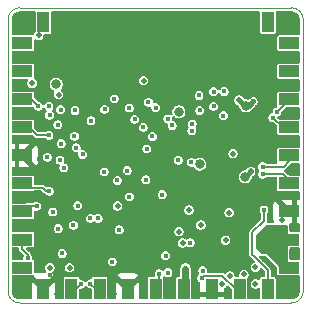
<source format=gbl>
%TF.GenerationSoftware,KiCad,Pcbnew,9.0.1*%
%TF.CreationDate,2025-12-15T20:55:04-06:00*%
%TF.ProjectId,ProtoCore_v1,50726f74-6f43-46f7-9265-5f76312e6b69,rev?*%
%TF.SameCoordinates,Original*%
%TF.FileFunction,Copper,L6,Bot*%
%TF.FilePolarity,Positive*%
%FSLAX46Y46*%
G04 Gerber Fmt 4.6, Leading zero omitted, Abs format (unit mm)*
G04 Created by KiCad (PCBNEW 9.0.1) date 2025-12-15 20:55:04*
%MOMM*%
%LPD*%
G01*
G04 APERTURE LIST*
%TA.AperFunction,SMDPad,CuDef*%
%ADD10R,1.750000X1.000000*%
%TD*%
%TA.AperFunction,SMDPad,CuDef*%
%ADD11R,1.000000X1.750000*%
%TD*%
%TA.AperFunction,SMDPad,CuDef*%
%ADD12C,0.800000*%
%TD*%
%TA.AperFunction,ViaPad*%
%ADD13C,0.450000*%
%TD*%
%TA.AperFunction,ViaPad*%
%ADD14C,0.500000*%
%TD*%
%TA.AperFunction,Conductor*%
%ADD15C,0.200000*%
%TD*%
%TA.AperFunction,Conductor*%
%ADD16C,0.400000*%
%TD*%
%TA.AperFunction,Conductor*%
%ADD17C,0.300000*%
%TD*%
%TA.AperFunction,Conductor*%
%ADD18C,0.157500*%
%TD*%
%TA.AperFunction,Conductor*%
%ADD19C,0.150000*%
%TD*%
%TA.AperFunction,Conductor*%
%ADD20C,0.600000*%
%TD*%
%TA.AperFunction,Conductor*%
%ADD21C,0.500000*%
%TD*%
%TA.AperFunction,Profile*%
%ADD22C,0.100000*%
%TD*%
G04 APERTURE END LIST*
D10*
%TO.P,MOD1,1*%
%TO.N,IO10*%
X138675000Y-109500000D03*
%TO.P,MOD1,2*%
%TO.N,IO7*%
X138675000Y-107125000D03*
%TO.P,MOD1,3*%
%TO.N,IO8*%
X138675000Y-104750000D03*
%TO.P,MOD1,4*%
%TO.N,IO11*%
X138675000Y-102375000D03*
%TO.P,MOD1,5*%
%TO.N,GND*%
X138675000Y-100000000D03*
%TO.P,MOD1,6*%
%TO.N,IO6*%
X138675000Y-97625000D03*
%TO.P,MOD1,7*%
%TO.N,CORE_RESET_N*%
X138675000Y-95250000D03*
%TO.P,MOD1,8*%
%TO.N,IO5*%
X138675000Y-92875000D03*
%TO.P,MOD1,9*%
%TO.N,IO4*%
X138675000Y-90500000D03*
D11*
%TO.P,MOD1,10*%
%TO.N,IO2*%
X140500000Y-88675000D03*
%TO.P,MOD1,11*%
%TO.N,GND*%
X142875000Y-88675000D03*
%TO.P,MOD1,12*%
X145250000Y-88675000D03*
%TO.P,MOD1,16*%
X154750000Y-88675000D03*
%TO.P,MOD1,17*%
X157125000Y-88675000D03*
%TO.P,MOD1,18*%
%TO.N,IO16*%
X159500000Y-88675000D03*
D10*
%TO.P,MOD1,19*%
%TO.N,IO15*%
X161325000Y-90500000D03*
%TO.P,MOD1,20*%
%TO.N,IO14*%
X161325000Y-92875000D03*
%TO.P,MOD1,21*%
%TO.N,IO1*%
X161325000Y-95250000D03*
%TO.P,MOD1,22*%
%TO.N,IO0*%
X161325000Y-97625000D03*
%TO.P,MOD1,23*%
%TO.N,UART0_RX*%
X161325000Y-100000000D03*
%TO.P,MOD1,24*%
%TO.N,UART0_TX*%
X161325000Y-102375000D03*
%TO.P,MOD1,25*%
%TO.N,GND*%
X161325000Y-104750000D03*
%TO.P,MOD1,26*%
%TO.N,VIN*%
X161325000Y-107125000D03*
%TO.P,MOD1,27*%
X161325000Y-109500000D03*
D11*
%TO.P,MOD1,28*%
%TO.N,IO9*%
X159500000Y-111325000D03*
%TO.P,MOD1,29*%
%TO.N,CORE_BOOT_SEL*%
X157125000Y-111325000D03*
%TO.P,MOD1,30*%
%TO.N,GND*%
X154750000Y-111325000D03*
%TO.P,MOD1,31*%
%TO.N,+3V3_AUX*%
X152375000Y-111325000D03*
%TO.P,MOD1,32*%
%TO.N,IO3*%
X150000000Y-111325000D03*
%TO.P,MOD1,33*%
%TO.N,GND*%
X147625000Y-111325000D03*
%TO.P,MOD1,34*%
%TO.N,USB_D+*%
X145250000Y-111325000D03*
%TO.P,MOD1,35*%
%TO.N,USB_D-*%
X142875000Y-111325000D03*
%TO.P,MOD1,36*%
%TO.N,GND*%
X140500000Y-111325000D03*
%TD*%
D12*
%TO.P,TP13,1,1*%
%TO.N,+3V3*%
X157575000Y-101825000D03*
%TD*%
%TO.P,TP7,1,1*%
%TO.N,GND*%
X156800000Y-101025000D03*
%TD*%
%TO.P,TP12,1,1*%
%TO.N,GND*%
X154550000Y-97025000D03*
%TD*%
%TO.P,TP21,1,1*%
%TO.N,+3V3*%
X141600000Y-94000000D03*
%TD*%
%TO.P,TP22,1,1*%
%TO.N,+3V3*%
X151975000Y-96300000D03*
%TD*%
%TO.P,TP2,1,1*%
%TO.N,+3V3*%
X157650000Y-95800000D03*
%TD*%
%TO.P,TP3,1,1*%
%TO.N,CORE_RST_REQ_N*%
X153725000Y-100750000D03*
%TD*%
D13*
%TO.N,GND*%
X146775000Y-104925000D03*
D14*
X141175000Y-90825000D03*
X138250000Y-96437500D03*
D13*
X146110000Y-90400000D03*
D14*
X160687500Y-88250000D03*
X144825000Y-88575000D03*
X146450000Y-88275000D03*
X159250000Y-93275000D03*
X138250000Y-105937500D03*
X153825000Y-106575000D03*
X153950000Y-92950000D03*
X141687500Y-88250000D03*
X156175000Y-90625000D03*
X155600000Y-93400000D03*
X161750000Y-91687500D03*
D13*
X151430000Y-108600000D03*
D14*
X161750000Y-101187500D03*
X143825000Y-90925000D03*
D13*
X139450000Y-105785000D03*
X149075000Y-107850000D03*
D14*
X142400000Y-91775000D03*
X155550000Y-104200000D03*
D13*
X159950000Y-95350000D03*
D14*
X142800000Y-89325000D03*
X157525000Y-93750000D03*
X157975000Y-91550000D03*
D13*
X140125000Y-103700000D03*
D14*
X151525000Y-104612500D03*
X158975000Y-90425000D03*
X146650000Y-92970000D03*
X144050000Y-91900000D03*
D13*
X147575000Y-109400000D03*
D14*
X156625000Y-104225000D03*
X140050000Y-92000000D03*
X152325000Y-93425000D03*
D13*
X148350000Y-108550000D03*
X146110000Y-91399500D03*
X160380000Y-110900000D03*
D14*
X153125000Y-94400000D03*
X143800000Y-89850000D03*
X146630000Y-93770000D03*
D13*
X142075000Y-107500000D03*
X153375000Y-108275000D03*
D14*
X151225000Y-101700000D03*
X154640000Y-105940000D03*
D13*
X141630000Y-101150000D03*
D14*
X146437500Y-111750000D03*
X154637500Y-110687500D03*
D13*
X140175000Y-107425000D03*
D14*
X153450000Y-89485000D03*
D13*
X153600000Y-97600000D03*
D14*
X155937500Y-88250000D03*
X156125000Y-92075000D03*
X148812500Y-111750000D03*
D13*
X139925000Y-108437499D03*
D14*
X152780000Y-96350000D03*
X142925000Y-93125000D03*
X161750000Y-108312500D03*
X138250000Y-91687500D03*
D13*
X142350000Y-110040000D03*
X156050000Y-98850000D03*
D14*
X155325000Y-89525000D03*
X153450000Y-90775000D03*
X154125000Y-88875000D03*
X153462500Y-88250000D03*
D13*
X159200000Y-108825000D03*
X151760000Y-99810000D03*
D14*
X153775000Y-104125000D03*
X155937500Y-105500000D03*
X146690000Y-91880000D03*
D13*
X144710000Y-90400000D03*
D14*
X139312500Y-111750000D03*
D13*
X143525000Y-108425000D03*
X151650000Y-109975000D03*
D14*
X161750000Y-94062500D03*
X154640000Y-108315000D03*
X144062500Y-111750000D03*
D13*
X140125000Y-100275000D03*
D14*
X138250000Y-110687500D03*
D13*
X144710000Y-91400500D03*
D14*
X160687500Y-111750000D03*
X138250000Y-108312500D03*
X155925000Y-106250000D03*
X158312500Y-111750000D03*
X150375000Y-92475000D03*
X152160000Y-90775000D03*
D13*
X149375000Y-102700000D03*
D14*
X138250000Y-103562500D03*
X141375000Y-89525000D03*
X151225000Y-94450000D03*
X161750000Y-103562500D03*
D13*
X155525000Y-96050000D03*
D14*
X152825000Y-91450000D03*
X148925000Y-91350000D03*
D13*
X159075000Y-110100000D03*
X146110000Y-92399500D03*
D14*
X138250000Y-89312500D03*
X138250000Y-98812500D03*
X138250000Y-94062500D03*
X155937500Y-111750000D03*
X138250000Y-101187500D03*
D13*
X144080000Y-110410000D03*
X144710000Y-92400000D03*
X152525000Y-108287500D03*
D14*
X146600000Y-88975000D03*
X148290000Y-90775000D03*
D13*
X141350000Y-103775000D03*
D14*
X147000000Y-90775000D03*
D13*
X144800000Y-105850000D03*
D14*
X144160000Y-93000000D03*
X148930000Y-93020000D03*
D13*
X156550000Y-96925000D03*
X141044098Y-110150000D03*
D14*
X157700000Y-106250000D03*
X150250000Y-91400000D03*
X157060000Y-94670000D03*
D13*
X160800000Y-110375000D03*
D14*
X144000000Y-88250000D03*
D13*
X144710000Y-89400500D03*
D14*
X159650000Y-91900000D03*
X147650000Y-91425000D03*
X151975000Y-105725000D03*
X158312500Y-105500000D03*
X144230000Y-93780000D03*
X149175000Y-98775000D03*
D13*
X146420000Y-109600000D03*
D14*
X149580000Y-90775000D03*
X160687500Y-105500000D03*
X151187500Y-111750000D03*
X157040000Y-100420000D03*
X154150000Y-90125000D03*
X157525000Y-89575000D03*
X161750000Y-96437500D03*
X161750000Y-98812500D03*
X145625000Y-88975000D03*
X147396643Y-97764828D03*
X152481250Y-95400000D03*
D13*
X144830000Y-93410000D03*
D14*
X161750000Y-89312500D03*
X150850000Y-95750000D03*
X147398026Y-99548026D03*
X161750000Y-110687500D03*
D13*
X141020000Y-97560000D03*
D14*
X158312500Y-88250000D03*
X139312500Y-88250000D03*
D13*
X147200000Y-101700000D03*
D14*
X154200000Y-91350000D03*
X150870000Y-90775000D03*
D13*
X153350000Y-110875000D03*
X157870002Y-94900000D03*
X159975000Y-109650000D03*
D14*
X145601974Y-99551974D03*
X157630000Y-100770000D03*
X141687500Y-111750000D03*
D13*
X145990000Y-93410000D03*
D14*
X141175000Y-93325000D03*
X145600592Y-97764828D03*
X153575000Y-111750000D03*
D13*
X147125000Y-106850000D03*
X151425000Y-98075000D03*
D14*
X151550000Y-91375000D03*
X161750000Y-105937500D03*
%TO.N,+3V3*%
X139550000Y-93900000D03*
X157475000Y-110080000D03*
X151975000Y-106450000D03*
X156550000Y-99850000D03*
X141044098Y-109502500D03*
D13*
X142225003Y-101050000D03*
D14*
X152025000Y-96350000D03*
X141775000Y-94850000D03*
X157075000Y-95325000D03*
X158450000Y-110875000D03*
X158050000Y-101350000D03*
X155925000Y-107175000D03*
D13*
X153015000Y-100575000D03*
D14*
X146775000Y-104277297D03*
X156225000Y-104850000D03*
D13*
X154900000Y-94600000D03*
D14*
X153825000Y-105900000D03*
X148975000Y-93675000D03*
X142707149Y-109510702D03*
X156275000Y-110224999D03*
X152825000Y-104625000D03*
X158450000Y-109475000D03*
D13*
X141020000Y-96600000D03*
X158268355Y-95425659D03*
D14*
X155630000Y-110875000D03*
X141575000Y-93875000D03*
X152275000Y-107412500D03*
D13*
%TO.N,VIN*%
X159900000Y-107475000D03*
X160800000Y-107125000D03*
X159600000Y-106150000D03*
X159025000Y-108075000D03*
X160800000Y-108175000D03*
%TO.N,/Microcontroller/BOOT1*%
X155800000Y-94585000D03*
X147766915Y-95991915D03*
%TO.N,/Microcontroller/UART0_RX_MCU*%
X149390202Y-95500000D03*
X153675000Y-94925000D03*
%TO.N,I2C0_SCL*%
X143400000Y-104250000D03*
X141740000Y-106200000D03*
X143040000Y-105910000D03*
X141300000Y-104800000D03*
%TO.N,USB_D-*%
X144475000Y-105325000D03*
X143650000Y-110900000D03*
%TO.N,USB_D+*%
X144476248Y-110873830D03*
X145125000Y-105325000D03*
%TO.N,UART0_RX*%
X153725000Y-96200000D03*
X159050000Y-100950000D03*
%TO.N,EMMC_DAT1*%
X154900000Y-95850000D03*
X151390420Y-97467520D03*
%TO.N,EMMC_DAT2*%
X155740631Y-96635214D03*
X151900000Y-100400000D03*
%TO.N,EMMC_DAT3*%
X149245343Y-99454657D03*
X153065209Y-97909768D03*
%TO.N,EMMC_DAT0*%
X153099420Y-97334595D03*
X149725000Y-98400000D03*
%TO.N,IO4*%
X141950000Y-96125000D03*
D14*
X139200000Y-90500000D03*
D13*
%TO.N,QSPI_IO3*%
X150837500Y-108487500D03*
X146750000Y-102125000D03*
%TO.N,IO2*%
X143175000Y-96200000D03*
D14*
X140100000Y-89825000D03*
D13*
%TO.N,IO0*%
X145669818Y-96105182D03*
X159925000Y-96800000D03*
%TO.N,UART0_TX*%
X150000000Y-95950000D03*
X159050000Y-101600000D03*
%TO.N,IO7*%
X142000000Y-99000000D03*
X139180000Y-108650000D03*
%TO.N,IO11*%
X141000000Y-103025000D03*
X143825000Y-99925000D03*
%TO.N,IO9*%
X153984788Y-109750000D03*
X159175000Y-104625000D03*
X143275000Y-99350000D03*
%TO.N,QSPI_IO2*%
X146325000Y-109000000D03*
X147775000Y-103500000D03*
%TO.N,QSPI_IO0*%
X149175000Y-102075000D03*
X151050000Y-109925000D03*
%TO.N,IO10*%
X141900000Y-100400000D03*
X139275000Y-109500000D03*
%TO.N,IO8*%
X140825000Y-100150000D03*
X139925000Y-104300000D03*
%TO.N,IO5*%
X141725000Y-97400000D03*
X139250000Y-93025000D03*
%TO.N,IO14*%
X160700000Y-92850000D03*
X151025000Y-96900000D03*
%TO.N,IO1*%
X160275000Y-96325000D03*
X144525000Y-97075000D03*
%TO.N,IO6*%
X140975000Y-98300000D03*
%TO.N,QSPI_IO1*%
X146912500Y-106312500D03*
X147587500Y-101287500D03*
%TO.N,IO3*%
X143125000Y-98375000D03*
X150300000Y-110025000D03*
%TO.N,INT_IMU*%
X142087499Y-108300000D03*
X145650000Y-101400000D03*
%TO.N,+3V3_AUX*%
X152525000Y-110225000D03*
X152525000Y-109600000D03*
%TO.N,CORE_BOOT_SEL*%
X140975000Y-95850000D03*
X153910000Y-110400000D03*
D14*
%TO.N,IO16*%
X159500000Y-89250000D03*
D13*
X148225000Y-96950000D03*
%TO.N,CORE_RESET_N*%
X140080000Y-95850000D03*
%TO.N,3V3_AUX_EN*%
X152925000Y-107412500D03*
X150550000Y-103325000D03*
%TO.N,CORE_RST_REQ_N*%
X146500000Y-95200000D03*
X153625000Y-100600000D03*
D14*
%TO.N,IO15*%
X160750000Y-90675000D03*
D13*
X148950000Y-97625000D03*
%TD*%
D15*
%TO.N,IO7*%
X138675000Y-107925000D02*
X138675000Y-107125000D01*
X139180000Y-108430000D02*
X138675000Y-107925000D01*
X139180000Y-108650000D02*
X139180000Y-108430000D01*
X139219096Y-108610904D02*
X139180000Y-108650000D01*
D16*
%TO.N,GND*%
X155175000Y-111750000D02*
X154750000Y-111325000D01*
X153562500Y-111750000D02*
X154325000Y-111750000D01*
X161750000Y-104325000D02*
X161325000Y-104750000D01*
D15*
X138250000Y-99575000D02*
X138675000Y-100000000D01*
D16*
X161750000Y-105937500D02*
X161750000Y-105175000D01*
D17*
X138250000Y-101187500D02*
X138250000Y-100425000D01*
X138250000Y-98812500D02*
X138250000Y-99575000D01*
D16*
X161750000Y-103562500D02*
X161750000Y-104325000D01*
X155937500Y-111750000D02*
X155175000Y-111750000D01*
X154325000Y-111750000D02*
X154750000Y-111325000D01*
X161750000Y-105175000D02*
X161325000Y-104750000D01*
D15*
X138250000Y-100425000D02*
X138675000Y-100000000D01*
D16*
%TO.N,+3V3*%
X157550000Y-95800000D02*
X157075000Y-95325000D01*
X158268355Y-95425659D02*
X157894014Y-95800000D01*
D17*
X157075000Y-95325000D02*
X157175000Y-95325000D01*
D16*
X157650000Y-95800000D02*
X157550000Y-95800000D01*
X157894014Y-95800000D02*
X157650000Y-95800000D01*
X157575000Y-101825000D02*
X158050000Y-101350000D01*
D18*
%TO.N,USB_D-*%
X142875000Y-111325000D02*
X143225000Y-111325000D01*
X143225000Y-111325000D02*
X143650000Y-110900000D01*
%TO.N,USB_D+*%
X144927418Y-111325000D02*
X144476248Y-110873830D01*
X145250000Y-111325000D02*
X145250000Y-110675000D01*
X145675000Y-110900000D02*
X145250000Y-111325000D01*
X145250000Y-111325000D02*
X144927418Y-111325000D01*
D15*
%TO.N,UART0_RX*%
X159050000Y-100950000D02*
X160850000Y-100950000D01*
X160850000Y-100950000D02*
X161325000Y-100475000D01*
X161325000Y-100475000D02*
X161325000Y-100000000D01*
D19*
%TO.N,IO4*%
X138675000Y-90500000D02*
X139200000Y-90500000D01*
D15*
%TO.N,IO2*%
X140100000Y-89075000D02*
X140500000Y-88675000D01*
X140100000Y-89825000D02*
X140100000Y-89075000D01*
D19*
%TO.N,IO0*%
X159925000Y-96800000D02*
X160750000Y-97625000D01*
X161025000Y-97625000D02*
X161325000Y-97325000D01*
X161325000Y-97325000D02*
X161325000Y-97625000D01*
X160750000Y-97625000D02*
X161025000Y-97625000D01*
D15*
%TO.N,UART0_TX*%
X159050000Y-101600000D02*
X160800000Y-101600000D01*
X161325000Y-102125000D02*
X161325000Y-102375000D01*
X160800000Y-101600000D02*
X161325000Y-102125000D01*
D19*
%TO.N,IO11*%
X140725000Y-103025000D02*
X140450000Y-102750000D01*
X140450000Y-102750000D02*
X139050000Y-102750000D01*
X141000000Y-103025000D02*
X140725000Y-103025000D01*
X139050000Y-102750000D02*
X138675000Y-102375000D01*
X138675000Y-102125000D02*
X138675000Y-102375000D01*
X139075000Y-102775000D02*
X138675000Y-102375000D01*
D15*
%TO.N,IO9*%
X158175000Y-108397545D02*
X158325000Y-108547545D01*
X159175000Y-104625000D02*
X159175000Y-105525000D01*
X159175000Y-105525000D02*
X158175000Y-106525000D01*
X158175000Y-106525000D02*
X158175000Y-108397545D01*
D19*
X159526000Y-109748545D02*
X158325000Y-108547545D01*
X159526000Y-111299000D02*
X159526000Y-109748545D01*
D15*
X159500000Y-111325000D02*
X159526000Y-111299000D01*
%TO.N,IO10*%
X139275000Y-109500000D02*
X138675000Y-109500000D01*
%TO.N,IO8*%
X139150000Y-104275000D02*
X138675000Y-104750000D01*
X139925000Y-104275000D02*
X139150000Y-104275000D01*
D16*
X138700000Y-104750000D02*
X138675000Y-104750000D01*
D15*
%TO.N,IO5*%
X139100000Y-92875000D02*
X139250000Y-93025000D01*
X138675000Y-92875000D02*
X139100000Y-92875000D01*
%TO.N,IO1*%
X160275000Y-96325000D02*
X160275000Y-96322458D01*
X161325000Y-95272458D02*
X161325000Y-95250000D01*
X160275000Y-96322458D02*
X161325000Y-95272458D01*
%TO.N,IO6*%
X140975000Y-98300000D02*
X139975000Y-98300000D01*
X139975000Y-98300000D02*
X139300000Y-97625000D01*
X139300000Y-97625000D02*
X138675000Y-97625000D01*
%TO.N,IO3*%
X150300000Y-111025000D02*
X150000000Y-111325000D01*
X150300000Y-110025000D02*
X150300000Y-111025000D01*
D20*
%TO.N,+3V3_AUX*%
X152525000Y-109600000D02*
X152525000Y-110225000D01*
D16*
X152375000Y-111325000D02*
X152375000Y-110950000D01*
D21*
X152525000Y-111175000D02*
X152375000Y-111325000D01*
D20*
X152525000Y-110225000D02*
X152525000Y-111175000D01*
D19*
%TO.N,CORE_BOOT_SEL*%
X156772546Y-111325000D02*
X157125000Y-111325000D01*
X155647546Y-110200000D02*
X156772546Y-111325000D01*
X154050000Y-110200000D02*
X155647546Y-110200000D01*
X153875000Y-110375000D02*
X154050000Y-110200000D01*
X157125000Y-111325000D02*
X157125000Y-110975000D01*
X157525000Y-111325000D02*
X157125000Y-111325000D01*
D15*
%TO.N,CORE_RESET_N*%
X140130000Y-95900000D02*
X139480000Y-95250000D01*
X139480000Y-95250000D02*
X138675000Y-95250000D01*
D19*
%TO.N,IO15*%
X160925000Y-90500000D02*
X160750000Y-90675000D01*
X161325000Y-90500000D02*
X160925000Y-90500000D01*
%TD*%
%TA.AperFunction,Conductor*%
%TO.N,GND*%
G36*
X158792539Y-87820185D02*
G01*
X158838294Y-87872989D01*
X158849500Y-87924500D01*
X158849500Y-89564820D01*
X158849500Y-89564822D01*
X158849499Y-89564822D01*
X158858231Y-89608717D01*
X158858232Y-89608721D01*
X158858233Y-89608722D01*
X158891496Y-89658504D01*
X158941278Y-89691767D01*
X158941281Y-89691767D01*
X158941282Y-89691768D01*
X158985177Y-89700500D01*
X159700000Y-89700500D01*
X159700000Y-96496313D01*
X159694436Y-96499526D01*
X159624526Y-96569436D01*
X159575091Y-96655059D01*
X159575091Y-96655060D01*
X159575090Y-96655062D01*
X159549500Y-96750565D01*
X159549500Y-96849435D01*
X159575090Y-96944938D01*
X159575091Y-96944939D01*
X159575091Y-96944940D01*
X159588337Y-96967882D01*
X159624525Y-97030562D01*
X159694438Y-97100475D01*
X159700000Y-97103686D01*
X159700000Y-100699500D01*
X159381899Y-100699500D01*
X159314860Y-100679815D01*
X159294218Y-100663181D01*
X159280563Y-100649526D01*
X159280562Y-100649525D01*
X159194938Y-100600090D01*
X159099435Y-100574500D01*
X159000565Y-100574500D01*
X158905062Y-100600090D01*
X158905060Y-100600091D01*
X158905059Y-100600091D01*
X158819436Y-100649526D01*
X158749526Y-100719436D01*
X158700091Y-100805059D01*
X158700091Y-100805060D01*
X158700090Y-100805062D01*
X158674500Y-100900565D01*
X158674500Y-100999435D01*
X158700090Y-101094938D01*
X158700091Y-101094939D01*
X158700091Y-101094940D01*
X158702686Y-101099435D01*
X158743101Y-101169436D01*
X158749526Y-101180563D01*
X158756282Y-101187319D01*
X158789767Y-101248642D01*
X158784783Y-101318334D01*
X158756282Y-101362681D01*
X158749526Y-101369436D01*
X158700091Y-101455059D01*
X158700091Y-101455060D01*
X158700090Y-101455062D01*
X158674500Y-101550565D01*
X158674500Y-101649435D01*
X158700090Y-101744938D01*
X158700091Y-101744939D01*
X158700091Y-101744940D01*
X158713337Y-101767882D01*
X158749525Y-101830562D01*
X158819438Y-101900475D01*
X158905062Y-101949910D01*
X159000565Y-101975500D01*
X159000567Y-101975500D01*
X159099432Y-101975500D01*
X159099435Y-101975500D01*
X159194938Y-101949910D01*
X159280562Y-101900475D01*
X159294218Y-101886819D01*
X159355541Y-101853334D01*
X159381899Y-101850500D01*
X159700000Y-101850500D01*
X159700000Y-103250000D01*
X150918650Y-103250000D01*
X150899910Y-103180062D01*
X150850475Y-103094438D01*
X150780562Y-103024525D01*
X150694938Y-102975090D01*
X150599435Y-102949500D01*
X150500565Y-102949500D01*
X150405062Y-102975090D01*
X150405060Y-102975091D01*
X150405059Y-102975091D01*
X150319436Y-103024526D01*
X150249526Y-103094436D01*
X150200091Y-103180059D01*
X150200091Y-103180060D01*
X150200090Y-103180062D01*
X150181350Y-103250000D01*
X148056037Y-103250000D01*
X148005562Y-103199525D01*
X147919938Y-103150090D01*
X147824435Y-103124500D01*
X147725565Y-103124500D01*
X147630062Y-103150090D01*
X147630060Y-103150091D01*
X147630059Y-103150091D01*
X147544436Y-103199526D01*
X147493962Y-103250000D01*
X141303686Y-103250000D01*
X141349910Y-103169938D01*
X141375500Y-103074435D01*
X141375500Y-102975565D01*
X141349910Y-102880062D01*
X141300475Y-102794438D01*
X141230562Y-102724525D01*
X141144938Y-102675090D01*
X141049435Y-102649500D01*
X140950565Y-102649500D01*
X140855062Y-102675090D01*
X140855060Y-102675090D01*
X140855060Y-102675091D01*
X140855057Y-102675092D01*
X140835348Y-102686471D01*
X140808288Y-102693034D01*
X140782196Y-102702767D01*
X140774800Y-102701158D01*
X140767447Y-102702942D01*
X140741133Y-102693834D01*
X140713923Y-102687915D01*
X140705229Y-102681407D01*
X140701421Y-102680089D01*
X140685669Y-102666764D01*
X140658610Y-102639705D01*
X140641170Y-102622264D01*
X140600000Y-102581094D01*
X140600000Y-102075565D01*
X146374500Y-102075565D01*
X146374500Y-102174435D01*
X146400090Y-102269938D01*
X146449525Y-102355562D01*
X146519438Y-102425475D01*
X146605062Y-102474910D01*
X146700565Y-102500500D01*
X146700567Y-102500500D01*
X146799432Y-102500500D01*
X146799435Y-102500500D01*
X146894938Y-102474910D01*
X146980562Y-102425475D01*
X147050475Y-102355562D01*
X147099910Y-102269938D01*
X147125500Y-102174435D01*
X147125500Y-102075565D01*
X147112103Y-102025565D01*
X148799500Y-102025565D01*
X148799500Y-102124435D01*
X148825090Y-102219938D01*
X148874525Y-102305562D01*
X148944438Y-102375475D01*
X149030062Y-102424910D01*
X149125565Y-102450500D01*
X149125567Y-102450500D01*
X149224432Y-102450500D01*
X149224435Y-102450500D01*
X149319938Y-102424910D01*
X149405562Y-102375475D01*
X149475475Y-102305562D01*
X149524910Y-102219938D01*
X149550500Y-102124435D01*
X149550500Y-102025565D01*
X149524910Y-101930062D01*
X149475475Y-101844438D01*
X149405562Y-101774525D01*
X149367457Y-101752525D01*
X157024500Y-101752525D01*
X157024500Y-101897475D01*
X157058822Y-102025565D01*
X157062017Y-102037488D01*
X157134488Y-102163011D01*
X157134490Y-102163013D01*
X157134491Y-102163015D01*
X157236985Y-102265509D01*
X157236986Y-102265510D01*
X157236988Y-102265511D01*
X157362511Y-102337982D01*
X157362512Y-102337982D01*
X157362515Y-102337984D01*
X157502525Y-102375500D01*
X157502528Y-102375500D01*
X157647472Y-102375500D01*
X157647475Y-102375500D01*
X157787485Y-102337984D01*
X157913015Y-102265509D01*
X158015509Y-102163015D01*
X158087984Y-102037485D01*
X158125500Y-101897475D01*
X158125500Y-101838819D01*
X158145185Y-101771780D01*
X158197989Y-101726025D01*
X158202057Y-101724254D01*
X158204577Y-101723209D01*
X158204587Y-101723207D01*
X158295913Y-101670480D01*
X158370480Y-101595913D01*
X158423207Y-101504587D01*
X158450500Y-101402727D01*
X158450500Y-101297273D01*
X158423207Y-101195413D01*
X158370480Y-101104087D01*
X158295913Y-101029520D01*
X158204587Y-100976793D01*
X158102727Y-100949500D01*
X157997273Y-100949500D01*
X157895413Y-100976793D01*
X157895410Y-100976794D01*
X157804085Y-101029521D01*
X157729522Y-101104084D01*
X157729520Y-101104086D01*
X157729520Y-101104087D01*
X157696093Y-101161983D01*
X157676794Y-101195411D01*
X157675743Y-101197949D01*
X157674282Y-101199762D01*
X157672729Y-101202452D01*
X157672309Y-101202209D01*
X157631904Y-101252354D01*
X157565610Y-101274421D01*
X157561180Y-101274500D01*
X157502525Y-101274500D01*
X157373993Y-101308940D01*
X157362511Y-101312017D01*
X157236988Y-101384488D01*
X157236982Y-101384493D01*
X157134493Y-101486982D01*
X157134488Y-101486988D01*
X157062017Y-101612511D01*
X157062016Y-101612515D01*
X157024500Y-101752525D01*
X149367457Y-101752525D01*
X149319938Y-101725090D01*
X149224435Y-101699500D01*
X149125565Y-101699500D01*
X149030062Y-101725090D01*
X149030060Y-101725091D01*
X149030059Y-101725091D01*
X148944436Y-101774526D01*
X148874526Y-101844436D01*
X148825091Y-101930059D01*
X148825091Y-101930060D01*
X148825090Y-101930062D01*
X148799500Y-102025565D01*
X147112103Y-102025565D01*
X147099910Y-101980062D01*
X147050475Y-101894438D01*
X146980562Y-101824525D01*
X146894938Y-101775090D01*
X146799435Y-101749500D01*
X146700565Y-101749500D01*
X146605062Y-101775090D01*
X146605060Y-101775091D01*
X146605059Y-101775091D01*
X146519436Y-101824526D01*
X146449526Y-101894436D01*
X146400091Y-101980059D01*
X146400091Y-101980060D01*
X146400090Y-101980062D01*
X146374500Y-102075565D01*
X140600000Y-102075565D01*
X140600000Y-100453686D01*
X140680062Y-100499910D01*
X140775565Y-100525500D01*
X140775567Y-100525500D01*
X140874432Y-100525500D01*
X140874435Y-100525500D01*
X140969938Y-100499910D01*
X141055562Y-100450475D01*
X141125475Y-100380562D01*
X141142794Y-100350565D01*
X141524500Y-100350565D01*
X141524500Y-100449435D01*
X141550090Y-100544938D01*
X141599525Y-100630562D01*
X141669438Y-100700475D01*
X141755062Y-100749910D01*
X141786067Y-100758217D01*
X141845726Y-100794582D01*
X141876255Y-100857429D01*
X141873747Y-100910085D01*
X141859706Y-100962488D01*
X141849503Y-101000565D01*
X141849503Y-101099435D01*
X141875093Y-101194938D01*
X141875094Y-101194939D01*
X141875094Y-101194940D01*
X141875366Y-101195411D01*
X141924528Y-101280562D01*
X141994441Y-101350475D01*
X142080065Y-101399910D01*
X142175568Y-101425500D01*
X142175570Y-101425500D01*
X142274435Y-101425500D01*
X142274438Y-101425500D01*
X142369941Y-101399910D01*
X142455409Y-101350565D01*
X145274500Y-101350565D01*
X145274500Y-101449435D01*
X145300090Y-101544938D01*
X145349525Y-101630562D01*
X145419438Y-101700475D01*
X145505062Y-101749910D01*
X145600565Y-101775500D01*
X145600567Y-101775500D01*
X145699432Y-101775500D01*
X145699435Y-101775500D01*
X145794938Y-101749910D01*
X145880562Y-101700475D01*
X145950475Y-101630562D01*
X145999910Y-101544938D01*
X146025500Y-101449435D01*
X146025500Y-101350565D01*
X145999910Y-101255062D01*
X145990097Y-101238065D01*
X147212000Y-101238065D01*
X147212000Y-101336935D01*
X147237590Y-101432438D01*
X147287025Y-101518062D01*
X147356938Y-101587975D01*
X147442562Y-101637410D01*
X147538065Y-101663000D01*
X147538067Y-101663000D01*
X147636932Y-101663000D01*
X147636935Y-101663000D01*
X147732438Y-101637410D01*
X147818062Y-101587975D01*
X147887975Y-101518062D01*
X147937410Y-101432438D01*
X147963000Y-101336935D01*
X147963000Y-101238065D01*
X147937410Y-101142562D01*
X147887975Y-101056938D01*
X147818062Y-100987025D01*
X147732438Y-100937590D01*
X147636935Y-100912000D01*
X147538065Y-100912000D01*
X147442562Y-100937590D01*
X147442560Y-100937591D01*
X147442559Y-100937591D01*
X147356936Y-100987026D01*
X147287026Y-101056936D01*
X147237591Y-101142559D01*
X147237591Y-101142560D01*
X147237590Y-101142562D01*
X147212000Y-101238065D01*
X145990097Y-101238065D01*
X145950475Y-101169438D01*
X145880562Y-101099525D01*
X145794938Y-101050090D01*
X145699435Y-101024500D01*
X145600565Y-101024500D01*
X145505062Y-101050090D01*
X145505060Y-101050091D01*
X145505059Y-101050091D01*
X145419436Y-101099526D01*
X145349526Y-101169436D01*
X145300091Y-101255059D01*
X145300091Y-101255060D01*
X145300090Y-101255062D01*
X145274500Y-101350565D01*
X142455409Y-101350565D01*
X142455565Y-101350475D01*
X142525478Y-101280562D01*
X142574913Y-101194938D01*
X142600503Y-101099435D01*
X142600503Y-101000565D01*
X142574913Y-100905062D01*
X142525478Y-100819438D01*
X142455565Y-100749525D01*
X142370608Y-100700475D01*
X142369943Y-100700091D01*
X142369938Y-100700089D01*
X142338934Y-100691781D01*
X142279274Y-100655415D01*
X142248746Y-100592567D01*
X142251254Y-100539919D01*
X142275500Y-100449435D01*
X142275500Y-100350565D01*
X151524500Y-100350565D01*
X151524500Y-100449435D01*
X151550090Y-100544938D01*
X151599525Y-100630562D01*
X151669438Y-100700475D01*
X151755062Y-100749910D01*
X151850565Y-100775500D01*
X151850567Y-100775500D01*
X151949432Y-100775500D01*
X151949435Y-100775500D01*
X152044938Y-100749910D01*
X152130562Y-100700475D01*
X152200475Y-100630562D01*
X152249910Y-100544938D01*
X152255101Y-100525565D01*
X152639500Y-100525565D01*
X152639500Y-100624435D01*
X152665090Y-100719938D01*
X152714525Y-100805562D01*
X152784438Y-100875475D01*
X152870062Y-100924910D01*
X152965565Y-100950500D01*
X152965567Y-100950500D01*
X153064432Y-100950500D01*
X153064435Y-100950500D01*
X153094347Y-100942485D01*
X153164194Y-100944148D01*
X153222056Y-100983310D01*
X153233824Y-101000258D01*
X153284491Y-101088015D01*
X153386985Y-101190509D01*
X153386986Y-101190510D01*
X153386988Y-101190511D01*
X153512511Y-101262982D01*
X153512512Y-101262982D01*
X153512515Y-101262984D01*
X153652525Y-101300500D01*
X153652528Y-101300500D01*
X153797472Y-101300500D01*
X153797475Y-101300500D01*
X153937485Y-101262984D01*
X154063015Y-101190509D01*
X154165509Y-101088015D01*
X154237984Y-100962485D01*
X154275500Y-100822475D01*
X154275500Y-100677525D01*
X154237984Y-100537515D01*
X154187731Y-100450475D01*
X154165511Y-100411988D01*
X154165506Y-100411982D01*
X154063017Y-100309493D01*
X154063011Y-100309488D01*
X153937488Y-100237017D01*
X153937489Y-100237017D01*
X153926006Y-100233940D01*
X153797475Y-100199500D01*
X153652525Y-100199500D01*
X153512515Y-100237015D01*
X153512512Y-100237016D01*
X153512493Y-100237028D01*
X153508378Y-100239301D01*
X153496057Y-100245803D01*
X153480062Y-100250090D01*
X153396276Y-100298463D01*
X153394180Y-100299570D01*
X153362163Y-100306060D01*
X153330403Y-100313765D01*
X153328095Y-100312966D01*
X153325704Y-100313451D01*
X153295257Y-100301600D01*
X153264376Y-100290912D01*
X153261461Y-100288446D01*
X153260592Y-100288108D01*
X153259843Y-100287077D01*
X153248623Y-100277586D01*
X153245563Y-100274526D01*
X153245562Y-100274525D01*
X153159938Y-100225090D01*
X153064435Y-100199500D01*
X152965565Y-100199500D01*
X152870062Y-100225090D01*
X152870060Y-100225091D01*
X152870059Y-100225091D01*
X152784436Y-100274526D01*
X152714526Y-100344436D01*
X152665091Y-100430059D01*
X152665091Y-100430060D01*
X152665090Y-100430062D01*
X152639500Y-100525565D01*
X152255101Y-100525565D01*
X152275500Y-100449435D01*
X152275500Y-100350565D01*
X152249910Y-100255062D01*
X152200475Y-100169438D01*
X152130562Y-100099525D01*
X152044938Y-100050090D01*
X151949435Y-100024500D01*
X151850565Y-100024500D01*
X151755062Y-100050090D01*
X151755060Y-100050091D01*
X151755059Y-100050091D01*
X151669436Y-100099526D01*
X151599526Y-100169436D01*
X151550091Y-100255059D01*
X151550091Y-100255060D01*
X151550090Y-100255062D01*
X151524500Y-100350565D01*
X142275500Y-100350565D01*
X142249910Y-100255062D01*
X142200475Y-100169438D01*
X142130562Y-100099525D01*
X142044938Y-100050090D01*
X141949435Y-100024500D01*
X141850565Y-100024500D01*
X141755062Y-100050090D01*
X141755060Y-100050091D01*
X141755059Y-100050091D01*
X141669436Y-100099526D01*
X141599526Y-100169436D01*
X141550091Y-100255059D01*
X141550091Y-100255060D01*
X141550090Y-100255062D01*
X141524500Y-100350565D01*
X141142794Y-100350565D01*
X141174910Y-100294938D01*
X141200500Y-100199435D01*
X141200500Y-100100565D01*
X141174910Y-100005062D01*
X141125475Y-99919438D01*
X141055562Y-99849525D01*
X140969938Y-99800090D01*
X140874435Y-99774500D01*
X140775565Y-99774500D01*
X140680062Y-99800090D01*
X140680060Y-99800091D01*
X140680059Y-99800091D01*
X140600000Y-99846313D01*
X140600000Y-98950565D01*
X141624500Y-98950565D01*
X141624500Y-99049435D01*
X141650090Y-99144938D01*
X141699525Y-99230562D01*
X141769438Y-99300475D01*
X141855062Y-99349910D01*
X141950565Y-99375500D01*
X141950567Y-99375500D01*
X142049432Y-99375500D01*
X142049435Y-99375500D01*
X142144938Y-99349910D01*
X142230406Y-99300565D01*
X142899500Y-99300565D01*
X142899500Y-99399435D01*
X142925090Y-99494938D01*
X142974525Y-99580562D01*
X143044438Y-99650475D01*
X143130062Y-99699910D01*
X143225565Y-99725500D01*
X143225567Y-99725500D01*
X143328110Y-99725500D01*
X143395149Y-99745185D01*
X143440904Y-99797989D01*
X143450848Y-99867147D01*
X143450179Y-99870407D01*
X143449500Y-99875563D01*
X143449500Y-99875565D01*
X143449500Y-99974435D01*
X143475090Y-100069938D01*
X143524525Y-100155562D01*
X143594438Y-100225475D01*
X143680062Y-100274910D01*
X143775565Y-100300500D01*
X143775567Y-100300500D01*
X143874432Y-100300500D01*
X143874435Y-100300500D01*
X143969938Y-100274910D01*
X144055562Y-100225475D01*
X144125475Y-100155562D01*
X144174910Y-100069938D01*
X144200500Y-99974435D01*
X144200500Y-99875565D01*
X144174910Y-99780062D01*
X144125475Y-99694438D01*
X144055562Y-99624525D01*
X143969938Y-99575090D01*
X143874435Y-99549500D01*
X143775565Y-99549500D01*
X143771890Y-99549500D01*
X143704851Y-99529815D01*
X143659096Y-99477011D01*
X143648410Y-99414154D01*
X143649230Y-99405222D01*
X148869843Y-99405222D01*
X148869843Y-99504092D01*
X148895433Y-99599595D01*
X148944868Y-99685219D01*
X149014781Y-99755132D01*
X149100405Y-99804567D01*
X149195908Y-99830157D01*
X149195910Y-99830157D01*
X149294775Y-99830157D01*
X149294778Y-99830157D01*
X149390281Y-99804567D01*
X149402915Y-99797273D01*
X156149500Y-99797273D01*
X156149500Y-99902726D01*
X156176793Y-100004586D01*
X156176794Y-100004589D01*
X156177066Y-100005060D01*
X156229520Y-100095913D01*
X156304087Y-100170480D01*
X156395413Y-100223207D01*
X156497273Y-100250500D01*
X156497275Y-100250500D01*
X156602725Y-100250500D01*
X156602727Y-100250500D01*
X156704587Y-100223207D01*
X156795913Y-100170480D01*
X156870480Y-100095913D01*
X156923207Y-100004587D01*
X156950500Y-99902727D01*
X156950500Y-99797273D01*
X156923207Y-99695413D01*
X156870480Y-99604087D01*
X156795913Y-99529520D01*
X156704587Y-99476793D01*
X156602727Y-99449500D01*
X156497273Y-99449500D01*
X156395413Y-99476793D01*
X156395410Y-99476794D01*
X156304085Y-99529521D01*
X156229521Y-99604085D01*
X156176794Y-99695410D01*
X156176793Y-99695413D01*
X156149500Y-99797273D01*
X149402915Y-99797273D01*
X149475905Y-99755132D01*
X149545818Y-99685219D01*
X149595253Y-99599595D01*
X149620843Y-99504092D01*
X149620843Y-99405222D01*
X149595253Y-99309719D01*
X149545818Y-99224095D01*
X149475905Y-99154182D01*
X149390281Y-99104747D01*
X149294778Y-99079157D01*
X149195908Y-99079157D01*
X149100405Y-99104747D01*
X149100403Y-99104748D01*
X149100402Y-99104748D01*
X149014779Y-99154183D01*
X148944869Y-99224093D01*
X148895434Y-99309716D01*
X148895434Y-99309717D01*
X148895433Y-99309719D01*
X148869843Y-99405222D01*
X143649230Y-99405222D01*
X143649377Y-99403624D01*
X143650500Y-99399435D01*
X143650500Y-99300565D01*
X143624910Y-99205062D01*
X143575475Y-99119438D01*
X143505562Y-99049525D01*
X143419938Y-99000090D01*
X143324435Y-98974500D01*
X143225565Y-98974500D01*
X143144965Y-98996096D01*
X143144963Y-98996097D01*
X143130060Y-99000090D01*
X143130059Y-99000091D01*
X143044436Y-99049526D01*
X142974526Y-99119436D01*
X142925091Y-99205059D01*
X142925091Y-99205060D01*
X142925090Y-99205062D01*
X142899500Y-99300565D01*
X142230406Y-99300565D01*
X142230562Y-99300475D01*
X142300475Y-99230562D01*
X142349910Y-99144938D01*
X142375500Y-99049435D01*
X142375500Y-98950565D01*
X142349910Y-98855062D01*
X142300475Y-98769438D01*
X142230562Y-98699525D01*
X142144938Y-98650090D01*
X142049435Y-98624500D01*
X141950565Y-98624500D01*
X141855062Y-98650090D01*
X141855060Y-98650091D01*
X141855059Y-98650091D01*
X141769436Y-98699526D01*
X141699526Y-98769436D01*
X141650091Y-98855059D01*
X141650091Y-98855060D01*
X141650090Y-98855062D01*
X141624500Y-98950565D01*
X140600000Y-98950565D01*
X140600000Y-98550500D01*
X140643101Y-98550500D01*
X140710140Y-98570185D01*
X140730782Y-98586819D01*
X140744438Y-98600475D01*
X140830062Y-98649910D01*
X140925565Y-98675500D01*
X140925567Y-98675500D01*
X141024432Y-98675500D01*
X141024435Y-98675500D01*
X141119938Y-98649910D01*
X141205562Y-98600475D01*
X141275475Y-98530562D01*
X141324910Y-98444938D01*
X141350500Y-98349435D01*
X141350500Y-98325565D01*
X142749500Y-98325565D01*
X142749500Y-98424435D01*
X142775090Y-98519938D01*
X142824525Y-98605562D01*
X142894438Y-98675475D01*
X142980062Y-98724910D01*
X143075565Y-98750500D01*
X143075567Y-98750500D01*
X143110462Y-98750500D01*
X143174435Y-98750500D01*
X143269938Y-98724910D01*
X143355562Y-98675475D01*
X143425475Y-98605562D01*
X143474910Y-98519938D01*
X143500500Y-98424435D01*
X143500500Y-98350565D01*
X149349500Y-98350565D01*
X149349500Y-98449435D01*
X149375090Y-98544938D01*
X149424525Y-98630562D01*
X149494438Y-98700475D01*
X149580062Y-98749910D01*
X149675565Y-98775500D01*
X149675567Y-98775500D01*
X149774432Y-98775500D01*
X149774435Y-98775500D01*
X149869938Y-98749910D01*
X149955562Y-98700475D01*
X150025475Y-98630562D01*
X150074910Y-98544938D01*
X150100500Y-98449435D01*
X150100500Y-98350565D01*
X150074910Y-98255062D01*
X150025475Y-98169438D01*
X149955562Y-98099525D01*
X149869938Y-98050090D01*
X149774435Y-98024500D01*
X149675565Y-98024500D01*
X149580062Y-98050090D01*
X149580060Y-98050091D01*
X149580059Y-98050091D01*
X149494436Y-98099526D01*
X149424526Y-98169436D01*
X149375091Y-98255059D01*
X149375091Y-98255060D01*
X149375090Y-98255062D01*
X149349500Y-98350565D01*
X143500500Y-98350565D01*
X143500500Y-98325565D01*
X143474910Y-98230062D01*
X143425475Y-98144438D01*
X143355562Y-98074525D01*
X143269938Y-98025090D01*
X143174435Y-97999500D01*
X143075565Y-97999500D01*
X142980062Y-98025090D01*
X142980060Y-98025091D01*
X142980059Y-98025091D01*
X142894436Y-98074526D01*
X142824526Y-98144436D01*
X142775091Y-98230059D01*
X142775091Y-98230060D01*
X142775090Y-98230062D01*
X142749500Y-98325565D01*
X141350500Y-98325565D01*
X141350500Y-98250565D01*
X141324910Y-98155062D01*
X141275475Y-98069438D01*
X141205562Y-97999525D01*
X141119938Y-97950090D01*
X141024435Y-97924500D01*
X140925565Y-97924500D01*
X140830062Y-97950090D01*
X140830060Y-97950091D01*
X140830059Y-97950091D01*
X140744436Y-97999526D01*
X140730782Y-98013181D01*
X140703854Y-98027884D01*
X140678036Y-98044477D01*
X140671835Y-98045368D01*
X140669459Y-98046666D01*
X140643101Y-98049500D01*
X140600000Y-98049500D01*
X140600000Y-97350565D01*
X141349500Y-97350565D01*
X141349500Y-97449435D01*
X141375090Y-97544938D01*
X141424525Y-97630562D01*
X141494438Y-97700475D01*
X141580062Y-97749910D01*
X141675565Y-97775500D01*
X141675567Y-97775500D01*
X141774432Y-97775500D01*
X141774435Y-97775500D01*
X141869938Y-97749910D01*
X141955562Y-97700475D01*
X142025475Y-97630562D01*
X142057228Y-97575565D01*
X148574500Y-97575565D01*
X148574500Y-97674435D01*
X148600090Y-97769938D01*
X148649525Y-97855562D01*
X148719438Y-97925475D01*
X148805062Y-97974910D01*
X148900565Y-98000500D01*
X148900567Y-98000500D01*
X148999432Y-98000500D01*
X148999435Y-98000500D01*
X149094938Y-97974910D01*
X149180562Y-97925475D01*
X149245704Y-97860333D01*
X152689709Y-97860333D01*
X152689709Y-97959203D01*
X152715299Y-98054706D01*
X152715300Y-98054707D01*
X152715300Y-98054708D01*
X152726741Y-98074525D01*
X152764734Y-98140330D01*
X152834647Y-98210243D01*
X152920271Y-98259678D01*
X153015774Y-98285268D01*
X153015776Y-98285268D01*
X153114641Y-98285268D01*
X153114644Y-98285268D01*
X153210147Y-98259678D01*
X153295771Y-98210243D01*
X153365684Y-98140330D01*
X153415119Y-98054706D01*
X153440709Y-97959203D01*
X153440709Y-97860333D01*
X153415119Y-97764830D01*
X153384034Y-97710990D01*
X153367562Y-97643091D01*
X153390415Y-97577064D01*
X153394998Y-97571647D01*
X153394946Y-97571607D01*
X153399892Y-97565160D01*
X153399895Y-97565157D01*
X153449330Y-97479533D01*
X153474920Y-97384030D01*
X153474920Y-97285160D01*
X153449330Y-97189657D01*
X153399895Y-97104033D01*
X153329982Y-97034120D01*
X153244358Y-96984685D01*
X153148855Y-96959095D01*
X153049985Y-96959095D01*
X152954482Y-96984685D01*
X152954480Y-96984686D01*
X152954479Y-96984686D01*
X152868856Y-97034121D01*
X152798946Y-97104031D01*
X152749511Y-97189654D01*
X152749511Y-97189655D01*
X152749510Y-97189657D01*
X152723920Y-97285160D01*
X152723920Y-97384030D01*
X152749510Y-97479533D01*
X152749511Y-97479534D01*
X152749511Y-97479535D01*
X152780593Y-97533371D01*
X152797066Y-97601272D01*
X152774213Y-97667298D01*
X152769631Y-97672716D01*
X152769683Y-97672756D01*
X152764736Y-97679202D01*
X152715300Y-97764827D01*
X152715300Y-97764828D01*
X152715299Y-97764830D01*
X152689709Y-97860333D01*
X149245704Y-97860333D01*
X149250475Y-97855562D01*
X149299910Y-97769938D01*
X149325500Y-97674435D01*
X149325500Y-97575565D01*
X149299910Y-97480062D01*
X149250475Y-97394438D01*
X149180562Y-97324525D01*
X149094938Y-97275090D01*
X148999435Y-97249500D01*
X148900565Y-97249500D01*
X148805062Y-97275090D01*
X148805060Y-97275091D01*
X148805059Y-97275091D01*
X148762076Y-97299908D01*
X148719438Y-97324525D01*
X148649525Y-97394438D01*
X148634727Y-97420068D01*
X148634723Y-97420073D01*
X148600093Y-97480055D01*
X148600090Y-97480060D01*
X148600090Y-97480062D01*
X148574500Y-97575565D01*
X142057228Y-97575565D01*
X142074910Y-97544938D01*
X142100500Y-97449435D01*
X142100500Y-97350565D01*
X142074910Y-97255062D01*
X142025475Y-97169438D01*
X141955562Y-97099525D01*
X141869938Y-97050090D01*
X141778410Y-97025565D01*
X144149500Y-97025565D01*
X144149500Y-97124435D01*
X144175090Y-97219938D01*
X144224525Y-97305562D01*
X144294438Y-97375475D01*
X144380062Y-97424910D01*
X144475565Y-97450500D01*
X144475567Y-97450500D01*
X144574432Y-97450500D01*
X144574435Y-97450500D01*
X144669938Y-97424910D01*
X144755562Y-97375475D01*
X144825475Y-97305562D01*
X144874910Y-97219938D01*
X144900500Y-97124435D01*
X144900500Y-97025565D01*
X144874910Y-96930062D01*
X144857880Y-96900565D01*
X147849500Y-96900565D01*
X147849500Y-96999435D01*
X147875090Y-97094938D01*
X147924525Y-97180562D01*
X147994438Y-97250475D01*
X148080062Y-97299910D01*
X148175565Y-97325500D01*
X148175567Y-97325500D01*
X148274432Y-97325500D01*
X148274435Y-97325500D01*
X148369938Y-97299910D01*
X148455562Y-97250475D01*
X148525475Y-97180562D01*
X148574910Y-97094938D01*
X148600500Y-96999435D01*
X148600500Y-96900565D01*
X148587103Y-96850565D01*
X150649500Y-96850565D01*
X150649500Y-96949435D01*
X150675090Y-97044938D01*
X150675091Y-97044939D01*
X150675091Y-97044940D01*
X150678065Y-97050091D01*
X150724525Y-97130562D01*
X150794438Y-97200475D01*
X150880062Y-97249910D01*
X150928156Y-97262796D01*
X150987816Y-97299161D01*
X151018345Y-97362008D01*
X151015837Y-97414662D01*
X151014920Y-97418085D01*
X151014920Y-97516955D01*
X151040510Y-97612458D01*
X151089945Y-97698082D01*
X151159858Y-97767995D01*
X151245482Y-97817430D01*
X151340985Y-97843020D01*
X151340987Y-97843020D01*
X151439852Y-97843020D01*
X151439855Y-97843020D01*
X151535358Y-97817430D01*
X151620982Y-97767995D01*
X151690895Y-97698082D01*
X151740330Y-97612458D01*
X151765920Y-97516955D01*
X151765920Y-97418085D01*
X151740330Y-97322582D01*
X151690895Y-97236958D01*
X151620982Y-97167045D01*
X151535358Y-97117610D01*
X151535357Y-97117609D01*
X151535353Y-97117608D01*
X151487262Y-97104722D01*
X151427602Y-97068357D01*
X151397074Y-97005510D01*
X151395420Y-96988901D01*
X151394835Y-96970575D01*
X151400500Y-96949435D01*
X151400500Y-96850565D01*
X151389725Y-96810353D01*
X151389269Y-96796045D01*
X151394589Y-96775525D01*
X151395094Y-96754336D01*
X151403183Y-96742384D01*
X151406806Y-96728412D01*
X151422375Y-96714027D01*
X151434256Y-96696473D01*
X151447524Y-96690791D01*
X151458125Y-96680997D01*
X151478999Y-96677313D01*
X151498485Y-96668969D01*
X151512718Y-96671362D01*
X151526931Y-96668854D01*
X151546482Y-96677039D01*
X151567387Y-96680555D01*
X151585235Y-96693265D01*
X151591380Y-96695838D01*
X151593816Y-96699375D01*
X151600887Y-96704411D01*
X151636985Y-96740509D01*
X151636986Y-96740510D01*
X151636988Y-96740511D01*
X151762511Y-96812982D01*
X151762512Y-96812982D01*
X151762515Y-96812984D01*
X151902525Y-96850500D01*
X151902528Y-96850500D01*
X152047472Y-96850500D01*
X152047475Y-96850500D01*
X152187485Y-96812984D01*
X152313015Y-96740509D01*
X152415509Y-96638015D01*
X152445668Y-96585779D01*
X155365131Y-96585779D01*
X155365131Y-96684649D01*
X155390721Y-96780152D01*
X155440156Y-96865776D01*
X155510069Y-96935689D01*
X155595693Y-96985124D01*
X155691196Y-97010714D01*
X155691198Y-97010714D01*
X155790063Y-97010714D01*
X155790066Y-97010714D01*
X155885569Y-96985124D01*
X155971193Y-96935689D01*
X156041106Y-96865776D01*
X156090541Y-96780152D01*
X156116131Y-96684649D01*
X156116131Y-96585779D01*
X156090541Y-96490276D01*
X156041106Y-96404652D01*
X155971193Y-96334739D01*
X155885569Y-96285304D01*
X155790066Y-96259714D01*
X155691196Y-96259714D01*
X155595693Y-96285304D01*
X155595691Y-96285305D01*
X155595690Y-96285305D01*
X155510067Y-96334740D01*
X155440157Y-96404650D01*
X155390722Y-96490273D01*
X155390722Y-96490274D01*
X155390721Y-96490276D01*
X155365131Y-96585779D01*
X152445668Y-96585779D01*
X152487984Y-96512485D01*
X152525500Y-96372475D01*
X152525500Y-96227525D01*
X152504878Y-96150565D01*
X153349500Y-96150565D01*
X153349500Y-96249435D01*
X153375090Y-96344938D01*
X153424525Y-96430562D01*
X153494438Y-96500475D01*
X153580062Y-96549910D01*
X153675565Y-96575500D01*
X153675567Y-96575500D01*
X153774432Y-96575500D01*
X153774435Y-96575500D01*
X153869938Y-96549910D01*
X153955562Y-96500475D01*
X154025475Y-96430562D01*
X154074910Y-96344938D01*
X154100500Y-96249435D01*
X154100500Y-96150565D01*
X154074910Y-96055062D01*
X154025475Y-95969438D01*
X153955562Y-95899525D01*
X153869938Y-95850090D01*
X153774435Y-95824500D01*
X153675565Y-95824500D01*
X153580062Y-95850090D01*
X153580060Y-95850091D01*
X153580059Y-95850091D01*
X153494436Y-95899526D01*
X153424526Y-95969436D01*
X153375091Y-96055059D01*
X153375091Y-96055060D01*
X153375090Y-96055062D01*
X153349500Y-96150565D01*
X152504878Y-96150565D01*
X152487984Y-96087515D01*
X152483970Y-96080563D01*
X152415511Y-95961988D01*
X152415506Y-95961982D01*
X152313017Y-95859493D01*
X152313011Y-95859488D01*
X152210954Y-95800565D01*
X154524500Y-95800565D01*
X154524500Y-95899435D01*
X154550090Y-95994938D01*
X154550091Y-95994939D01*
X154550091Y-95994940D01*
X154552686Y-95999435D01*
X154599525Y-96080562D01*
X154669438Y-96150475D01*
X154755062Y-96199910D01*
X154850565Y-96225500D01*
X154850567Y-96225500D01*
X154949432Y-96225500D01*
X154949435Y-96225500D01*
X155044938Y-96199910D01*
X155130562Y-96150475D01*
X155200475Y-96080562D01*
X155249910Y-95994938D01*
X155275500Y-95899435D01*
X155275500Y-95800565D01*
X155249910Y-95705062D01*
X155200475Y-95619438D01*
X155130562Y-95549525D01*
X155044938Y-95500090D01*
X154949435Y-95474500D01*
X154850565Y-95474500D01*
X154755062Y-95500090D01*
X154755060Y-95500091D01*
X154755059Y-95500091D01*
X154669436Y-95549526D01*
X154599526Y-95619436D01*
X154550091Y-95705059D01*
X154550091Y-95705060D01*
X154550090Y-95705062D01*
X154524500Y-95800565D01*
X152210954Y-95800565D01*
X152187488Y-95787017D01*
X152187489Y-95787017D01*
X152176006Y-95783940D01*
X152047475Y-95749500D01*
X151902525Y-95749500D01*
X151773993Y-95783940D01*
X151762511Y-95787017D01*
X151636988Y-95859488D01*
X151636982Y-95859493D01*
X151534493Y-95961982D01*
X151534488Y-95961988D01*
X151462017Y-96087511D01*
X151462016Y-96087515D01*
X151424500Y-96227525D01*
X151424500Y-96227527D01*
X151424500Y-96372474D01*
X151450264Y-96468628D01*
X151448601Y-96538478D01*
X151409438Y-96596340D01*
X151345210Y-96623844D01*
X151276307Y-96612257D01*
X151257627Y-96600718D01*
X151255563Y-96599526D01*
X151255562Y-96599525D01*
X151169938Y-96550090D01*
X151074435Y-96524500D01*
X150975565Y-96524500D01*
X150880062Y-96550090D01*
X150880060Y-96550091D01*
X150880059Y-96550091D01*
X150794436Y-96599526D01*
X150724526Y-96669436D01*
X150675091Y-96755059D01*
X150675091Y-96755060D01*
X150675090Y-96755062D01*
X150649500Y-96850565D01*
X148587103Y-96850565D01*
X148574910Y-96805062D01*
X148525475Y-96719438D01*
X148455562Y-96649525D01*
X148369938Y-96600090D01*
X148274435Y-96574500D01*
X148175565Y-96574500D01*
X148080062Y-96600090D01*
X148080060Y-96600091D01*
X148080059Y-96600091D01*
X147994436Y-96649526D01*
X147924526Y-96719436D01*
X147875091Y-96805059D01*
X147875091Y-96805060D01*
X147875090Y-96805062D01*
X147849500Y-96900565D01*
X144857880Y-96900565D01*
X144825475Y-96844438D01*
X144755562Y-96774525D01*
X144669938Y-96725090D01*
X144574435Y-96699500D01*
X144475565Y-96699500D01*
X144380062Y-96725090D01*
X144380060Y-96725091D01*
X144380059Y-96725091D01*
X144294436Y-96774526D01*
X144224526Y-96844436D01*
X144175091Y-96930059D01*
X144175091Y-96930060D01*
X144175090Y-96930062D01*
X144149500Y-97025565D01*
X141778410Y-97025565D01*
X141774435Y-97024500D01*
X141675565Y-97024500D01*
X141580062Y-97050090D01*
X141580060Y-97050091D01*
X141580059Y-97050091D01*
X141494436Y-97099526D01*
X141424526Y-97169436D01*
X141375091Y-97255059D01*
X141375091Y-97255060D01*
X141375090Y-97255062D01*
X141349500Y-97350565D01*
X140600000Y-97350565D01*
X140600000Y-95974772D01*
X140604152Y-95976435D01*
X140605172Y-95977612D01*
X140606117Y-95978013D01*
X140608324Y-95981250D01*
X140634885Y-96011904D01*
X140674035Y-96079713D01*
X140674526Y-96080563D01*
X140750185Y-96156222D01*
X140748684Y-96157722D01*
X140783263Y-96205078D01*
X140787418Y-96274824D01*
X140754256Y-96334706D01*
X140719526Y-96369436D01*
X140670091Y-96455059D01*
X140670091Y-96455060D01*
X140670090Y-96455062D01*
X140644500Y-96550565D01*
X140644500Y-96649435D01*
X140670090Y-96744938D01*
X140719525Y-96830562D01*
X140789438Y-96900475D01*
X140875062Y-96949910D01*
X140970565Y-96975500D01*
X140970567Y-96975500D01*
X141069432Y-96975500D01*
X141069435Y-96975500D01*
X141164938Y-96949910D01*
X141250562Y-96900475D01*
X141320475Y-96830562D01*
X141369910Y-96744938D01*
X141395500Y-96649435D01*
X141395500Y-96550565D01*
X141369910Y-96455062D01*
X141320475Y-96369438D01*
X141250562Y-96299525D01*
X141244815Y-96293778D01*
X141246314Y-96292278D01*
X141211734Y-96244917D01*
X141207582Y-96175171D01*
X141227874Y-96130409D01*
X141233696Y-96122340D01*
X141275475Y-96080562D01*
X141278360Y-96075565D01*
X141574500Y-96075565D01*
X141574500Y-96174435D01*
X141600090Y-96269938D01*
X141600091Y-96269939D01*
X141600091Y-96269940D01*
X141613053Y-96292390D01*
X141649525Y-96355562D01*
X141719438Y-96425475D01*
X141805062Y-96474910D01*
X141900565Y-96500500D01*
X141900567Y-96500500D01*
X141999432Y-96500500D01*
X141999435Y-96500500D01*
X142094938Y-96474910D01*
X142180562Y-96425475D01*
X142250475Y-96355562D01*
X142299910Y-96269938D01*
X142325500Y-96174435D01*
X142325500Y-96150565D01*
X142799500Y-96150565D01*
X142799500Y-96249435D01*
X142825090Y-96344938D01*
X142874525Y-96430562D01*
X142944438Y-96500475D01*
X143030062Y-96549910D01*
X143125565Y-96575500D01*
X143125567Y-96575500D01*
X143224432Y-96575500D01*
X143224435Y-96575500D01*
X143319938Y-96549910D01*
X143405562Y-96500475D01*
X143475475Y-96430562D01*
X143524910Y-96344938D01*
X143550500Y-96249435D01*
X143550500Y-96150565D01*
X143525094Y-96055747D01*
X145294318Y-96055747D01*
X145294318Y-96154617D01*
X145319908Y-96250120D01*
X145369343Y-96335744D01*
X145439256Y-96405657D01*
X145524880Y-96455092D01*
X145620383Y-96480682D01*
X145620385Y-96480682D01*
X145719250Y-96480682D01*
X145719253Y-96480682D01*
X145814756Y-96455092D01*
X145900380Y-96405657D01*
X145970293Y-96335744D01*
X146019728Y-96250120D01*
X146045318Y-96154617D01*
X146045318Y-96055747D01*
X146019728Y-95960244D01*
X146009472Y-95942480D01*
X147391415Y-95942480D01*
X147391415Y-96041350D01*
X147417005Y-96136853D01*
X147417006Y-96136854D01*
X147417006Y-96136855D01*
X147424870Y-96150475D01*
X147466440Y-96222477D01*
X147536353Y-96292390D01*
X147621977Y-96341825D01*
X147717480Y-96367415D01*
X147717482Y-96367415D01*
X147816347Y-96367415D01*
X147816350Y-96367415D01*
X147911853Y-96341825D01*
X147997477Y-96292390D01*
X148067390Y-96222477D01*
X148116825Y-96136853D01*
X148142415Y-96041350D01*
X148142415Y-95942480D01*
X148116825Y-95846977D01*
X148067390Y-95761353D01*
X147997477Y-95691440D01*
X147911853Y-95642005D01*
X147816350Y-95616415D01*
X147717480Y-95616415D01*
X147621977Y-95642005D01*
X147621975Y-95642006D01*
X147621974Y-95642006D01*
X147536351Y-95691441D01*
X147466441Y-95761351D01*
X147417006Y-95846974D01*
X147417006Y-95846975D01*
X147417005Y-95846977D01*
X147391415Y-95942480D01*
X146009472Y-95942480D01*
X145970293Y-95874620D01*
X145900380Y-95804707D01*
X145814756Y-95755272D01*
X145719253Y-95729682D01*
X145620383Y-95729682D01*
X145524880Y-95755272D01*
X145524878Y-95755273D01*
X145524877Y-95755273D01*
X145439254Y-95804708D01*
X145369344Y-95874618D01*
X145319909Y-95960241D01*
X145319909Y-95960242D01*
X145319908Y-95960244D01*
X145294318Y-96055747D01*
X143525094Y-96055747D01*
X143524910Y-96055062D01*
X143475475Y-95969438D01*
X143405562Y-95899525D01*
X143319938Y-95850090D01*
X143224435Y-95824500D01*
X143125565Y-95824500D01*
X143030062Y-95850090D01*
X143030060Y-95850091D01*
X143030059Y-95850091D01*
X142944436Y-95899526D01*
X142874526Y-95969436D01*
X142825091Y-96055059D01*
X142825091Y-96055060D01*
X142825090Y-96055062D01*
X142799500Y-96150565D01*
X142325500Y-96150565D01*
X142325500Y-96075565D01*
X142299910Y-95980062D01*
X142250475Y-95894438D01*
X142180562Y-95824525D01*
X142094938Y-95775090D01*
X141999435Y-95749500D01*
X141900565Y-95749500D01*
X141805062Y-95775090D01*
X141805060Y-95775091D01*
X141805059Y-95775091D01*
X141719436Y-95824526D01*
X141649526Y-95894436D01*
X141600091Y-95980059D01*
X141600091Y-95980060D01*
X141600090Y-95980062D01*
X141574500Y-96075565D01*
X141278360Y-96075565D01*
X141324910Y-95994938D01*
X141350500Y-95899435D01*
X141350500Y-95800565D01*
X141324910Y-95705062D01*
X141275475Y-95619438D01*
X141205562Y-95549525D01*
X141119938Y-95500090D01*
X141024435Y-95474500D01*
X140925565Y-95474500D01*
X140830062Y-95500090D01*
X140830060Y-95500091D01*
X140830059Y-95500091D01*
X140744436Y-95549526D01*
X140674527Y-95619435D01*
X140674525Y-95619437D01*
X140674525Y-95619438D01*
X140634885Y-95688095D01*
X140631421Y-95691398D01*
X140629948Y-95695953D01*
X140606378Y-95715275D01*
X140600000Y-95721356D01*
X140600000Y-93927525D01*
X141049500Y-93927525D01*
X141049500Y-94072475D01*
X141050311Y-94075500D01*
X141087017Y-94212488D01*
X141159488Y-94338011D01*
X141159490Y-94338013D01*
X141159491Y-94338015D01*
X141261985Y-94440509D01*
X141261986Y-94440510D01*
X141261988Y-94440511D01*
X141369830Y-94502774D01*
X141418046Y-94553341D01*
X141431268Y-94621949D01*
X141415218Y-94672160D01*
X141401793Y-94695412D01*
X141401793Y-94695413D01*
X141374500Y-94797273D01*
X141374500Y-94902727D01*
X141401793Y-95004587D01*
X141454520Y-95095913D01*
X141529087Y-95170480D01*
X141620413Y-95223207D01*
X141722273Y-95250500D01*
X141722275Y-95250500D01*
X141827725Y-95250500D01*
X141827727Y-95250500D01*
X141929587Y-95223207D01*
X142020913Y-95170480D01*
X142040828Y-95150565D01*
X146124500Y-95150565D01*
X146124500Y-95249435D01*
X146150090Y-95344938D01*
X146199525Y-95430562D01*
X146269438Y-95500475D01*
X146355062Y-95549910D01*
X146450565Y-95575500D01*
X146450567Y-95575500D01*
X146549432Y-95575500D01*
X146549435Y-95575500D01*
X146644938Y-95549910D01*
X146730562Y-95500475D01*
X146780472Y-95450565D01*
X149014702Y-95450565D01*
X149014702Y-95549435D01*
X149040292Y-95644938D01*
X149089727Y-95730562D01*
X149159640Y-95800475D01*
X149245264Y-95849910D01*
X149340767Y-95875500D01*
X149340769Y-95875500D01*
X149439635Y-95875500D01*
X149439637Y-95875500D01*
X149468407Y-95867791D01*
X149538254Y-95869452D01*
X149596117Y-95908614D01*
X149623623Y-95972842D01*
X149624500Y-95987565D01*
X149624500Y-95999435D01*
X149650090Y-96094938D01*
X149699525Y-96180562D01*
X149769438Y-96250475D01*
X149855062Y-96299910D01*
X149950565Y-96325500D01*
X149950567Y-96325500D01*
X150049432Y-96325500D01*
X150049435Y-96325500D01*
X150144938Y-96299910D01*
X150230562Y-96250475D01*
X150300475Y-96180562D01*
X150349910Y-96094938D01*
X150375500Y-95999435D01*
X150375500Y-95900565D01*
X150349910Y-95805062D01*
X150300475Y-95719438D01*
X150230562Y-95649525D01*
X150144938Y-95600090D01*
X150049435Y-95574500D01*
X149950565Y-95574500D01*
X149921795Y-95582209D01*
X149851945Y-95580546D01*
X149794083Y-95541383D01*
X149766579Y-95477154D01*
X149765702Y-95462434D01*
X149765702Y-95450567D01*
X149765702Y-95450565D01*
X149740112Y-95355062D01*
X149690677Y-95269438D01*
X149620764Y-95199525D01*
X149535140Y-95150090D01*
X149439637Y-95124500D01*
X149340767Y-95124500D01*
X149245264Y-95150090D01*
X149245262Y-95150091D01*
X149245261Y-95150091D01*
X149159638Y-95199526D01*
X149089728Y-95269436D01*
X149040293Y-95355059D01*
X149040293Y-95355060D01*
X149040292Y-95355062D01*
X149014702Y-95450565D01*
X146780472Y-95450565D01*
X146800475Y-95430562D01*
X146849910Y-95344938D01*
X146875500Y-95249435D01*
X146875500Y-95150565D01*
X146849910Y-95055062D01*
X146800475Y-94969438D01*
X146730562Y-94899525D01*
X146689062Y-94875565D01*
X153299500Y-94875565D01*
X153299500Y-94974435D01*
X153325090Y-95069938D01*
X153325091Y-95069939D01*
X153325091Y-95069940D01*
X153330371Y-95079085D01*
X153374525Y-95155562D01*
X153444438Y-95225475D01*
X153530062Y-95274910D01*
X153625565Y-95300500D01*
X153625567Y-95300500D01*
X153724432Y-95300500D01*
X153724435Y-95300500D01*
X153819938Y-95274910D01*
X153824505Y-95272273D01*
X156674500Y-95272273D01*
X156674500Y-95377727D01*
X156700589Y-95475091D01*
X156701793Y-95479586D01*
X156701794Y-95479589D01*
X156713853Y-95500475D01*
X156754520Y-95570913D01*
X156829087Y-95645480D01*
X156920413Y-95698207D01*
X156932183Y-95701360D01*
X156946070Y-95709378D01*
X156959519Y-95712304D01*
X156987773Y-95733455D01*
X157066016Y-95811698D01*
X157098110Y-95867285D01*
X157099500Y-95872472D01*
X157099500Y-95872475D01*
X157133519Y-95999435D01*
X157137017Y-96012488D01*
X157209488Y-96138011D01*
X157209490Y-96138013D01*
X157209491Y-96138015D01*
X157311985Y-96240509D01*
X157311986Y-96240510D01*
X157311988Y-96240511D01*
X157437511Y-96312982D01*
X157437512Y-96312982D01*
X157437515Y-96312984D01*
X157577525Y-96350500D01*
X157577528Y-96350500D01*
X157722472Y-96350500D01*
X157722475Y-96350500D01*
X157862485Y-96312984D01*
X157988015Y-96240509D01*
X158090509Y-96138015D01*
X158135388Y-96060280D01*
X158155088Y-96034606D01*
X158403724Y-95785970D01*
X158429403Y-95766267D01*
X158498917Y-95726134D01*
X158568830Y-95656221D01*
X158618265Y-95570597D01*
X158643855Y-95475094D01*
X158643855Y-95376224D01*
X158618265Y-95280721D01*
X158568830Y-95195097D01*
X158498917Y-95125184D01*
X158413293Y-95075749D01*
X158317790Y-95050159D01*
X158218920Y-95050159D01*
X158123417Y-95075749D01*
X158123415Y-95075750D01*
X158123414Y-95075750D01*
X158037791Y-95125185D01*
X157967882Y-95195094D01*
X157967878Y-95195100D01*
X157955373Y-95216759D01*
X157904805Y-95264974D01*
X157836198Y-95278195D01*
X157815897Y-95274532D01*
X157722475Y-95249500D01*
X157577525Y-95249500D01*
X157569398Y-95249500D01*
X157569398Y-95247437D01*
X157511249Y-95238365D01*
X157458997Y-95191981D01*
X157449546Y-95173646D01*
X157448208Y-95170417D01*
X157448207Y-95170413D01*
X157395480Y-95079087D01*
X157320913Y-95004520D01*
X157229587Y-94951793D01*
X157127727Y-94924500D01*
X157022273Y-94924500D01*
X156920413Y-94951793D01*
X156920410Y-94951794D01*
X156829085Y-95004521D01*
X156754521Y-95079085D01*
X156701794Y-95170410D01*
X156701793Y-95170413D01*
X156674500Y-95272273D01*
X153824505Y-95272273D01*
X153905562Y-95225475D01*
X153975475Y-95155562D01*
X154024910Y-95069938D01*
X154050500Y-94974435D01*
X154050500Y-94875565D01*
X154024910Y-94780062D01*
X153975475Y-94694438D01*
X153905562Y-94624525D01*
X153819938Y-94575090D01*
X153728410Y-94550565D01*
X154524500Y-94550565D01*
X154524500Y-94649435D01*
X154550090Y-94744938D01*
X154599525Y-94830562D01*
X154669438Y-94900475D01*
X154755062Y-94949910D01*
X154850565Y-94975500D01*
X154850567Y-94975500D01*
X154949432Y-94975500D01*
X154949435Y-94975500D01*
X155044938Y-94949910D01*
X155130562Y-94900475D01*
X155200475Y-94830562D01*
X155246944Y-94750074D01*
X155297510Y-94701860D01*
X155366117Y-94688637D01*
X155430982Y-94714605D01*
X155461716Y-94750074D01*
X155499525Y-94815562D01*
X155569438Y-94885475D01*
X155655062Y-94934910D01*
X155750565Y-94960500D01*
X155750567Y-94960500D01*
X155849432Y-94960500D01*
X155849435Y-94960500D01*
X155944938Y-94934910D01*
X156030562Y-94885475D01*
X156100475Y-94815562D01*
X156149910Y-94729938D01*
X156175500Y-94634435D01*
X156175500Y-94535565D01*
X156149910Y-94440062D01*
X156100475Y-94354438D01*
X156030562Y-94284525D01*
X155944938Y-94235090D01*
X155849435Y-94209500D01*
X155750565Y-94209500D01*
X155655062Y-94235090D01*
X155655060Y-94235091D01*
X155655059Y-94235091D01*
X155569436Y-94284526D01*
X155499525Y-94354437D01*
X155453055Y-94434924D01*
X155402488Y-94483139D01*
X155333880Y-94496361D01*
X155269016Y-94470393D01*
X155238283Y-94434924D01*
X155200475Y-94369438D01*
X155130562Y-94299525D01*
X155044938Y-94250090D01*
X154949435Y-94224500D01*
X154850565Y-94224500D01*
X154755062Y-94250090D01*
X154755060Y-94250091D01*
X154755059Y-94250091D01*
X154669436Y-94299526D01*
X154599526Y-94369436D01*
X154550091Y-94455059D01*
X154550091Y-94455060D01*
X154550090Y-94455062D01*
X154524500Y-94550565D01*
X153728410Y-94550565D01*
X153724435Y-94549500D01*
X153625565Y-94549500D01*
X153530062Y-94575090D01*
X153530060Y-94575091D01*
X153530059Y-94575091D01*
X153444436Y-94624526D01*
X153374526Y-94694436D01*
X153325091Y-94780059D01*
X153325091Y-94780060D01*
X153325090Y-94780062D01*
X153299500Y-94875565D01*
X146689062Y-94875565D01*
X146644938Y-94850090D01*
X146549435Y-94824500D01*
X146450565Y-94824500D01*
X146355062Y-94850090D01*
X146355060Y-94850091D01*
X146355059Y-94850091D01*
X146269436Y-94899526D01*
X146199526Y-94969436D01*
X146150091Y-95055059D01*
X146150091Y-95055060D01*
X146150090Y-95055062D01*
X146124500Y-95150565D01*
X142040828Y-95150565D01*
X142095480Y-95095913D01*
X142148207Y-95004587D01*
X142175500Y-94902727D01*
X142175500Y-94797273D01*
X142148207Y-94695413D01*
X142095480Y-94604087D01*
X142022639Y-94531246D01*
X141989154Y-94469923D01*
X141994138Y-94400231D01*
X142022639Y-94355884D01*
X142040509Y-94338015D01*
X142112984Y-94212485D01*
X142150500Y-94072475D01*
X142150500Y-93927525D01*
X142112984Y-93787515D01*
X142040509Y-93661985D01*
X142000797Y-93622273D01*
X148574500Y-93622273D01*
X148574500Y-93727727D01*
X148601793Y-93829587D01*
X148654520Y-93920913D01*
X148729087Y-93995480D01*
X148820413Y-94048207D01*
X148922273Y-94075500D01*
X148922275Y-94075500D01*
X149027725Y-94075500D01*
X149027727Y-94075500D01*
X149129587Y-94048207D01*
X149220913Y-93995480D01*
X149295480Y-93920913D01*
X149348207Y-93829587D01*
X149375500Y-93727727D01*
X149375500Y-93622273D01*
X149348207Y-93520413D01*
X149295480Y-93429087D01*
X149220913Y-93354520D01*
X149129587Y-93301793D01*
X149027727Y-93274500D01*
X148922273Y-93274500D01*
X148820413Y-93301793D01*
X148820410Y-93301794D01*
X148729085Y-93354521D01*
X148654521Y-93429085D01*
X148601794Y-93520410D01*
X148601793Y-93520413D01*
X148574500Y-93622273D01*
X142000797Y-93622273D01*
X141938015Y-93559491D01*
X141938013Y-93559490D01*
X141938011Y-93559488D01*
X141812488Y-93487017D01*
X141812489Y-93487017D01*
X141801006Y-93483940D01*
X141672475Y-93449500D01*
X141527525Y-93449500D01*
X141398993Y-93483940D01*
X141387511Y-93487017D01*
X141261988Y-93559488D01*
X141261982Y-93559493D01*
X141159493Y-93661982D01*
X141159488Y-93661988D01*
X141087017Y-93787511D01*
X141087016Y-93787515D01*
X141049500Y-93927525D01*
X140600000Y-93927525D01*
X140600000Y-89705829D01*
X140624500Y-89700500D01*
X141014822Y-89700500D01*
X141058717Y-89691768D01*
X141058717Y-89691767D01*
X141058722Y-89691767D01*
X141108504Y-89658504D01*
X141141767Y-89608722D01*
X141150500Y-89564820D01*
X141150500Y-87924500D01*
X141170185Y-87857461D01*
X141222989Y-87811706D01*
X141274500Y-87800500D01*
X158725500Y-87800500D01*
X158792539Y-87820185D01*
G37*
%TD.AperFunction*%
%TD*%
%TA.AperFunction,Conductor*%
%TO.N,VIN*%
G36*
X160555372Y-105879224D02*
G01*
X160634773Y-105900500D01*
X160634775Y-105900500D01*
X160740225Y-105900500D01*
X160740227Y-105900500D01*
X160819627Y-105879224D01*
X160851720Y-105875000D01*
X161051000Y-105875000D01*
X161118039Y-105894685D01*
X161163794Y-105947489D01*
X161175000Y-105999000D01*
X161175000Y-109326000D01*
X161155315Y-109393039D01*
X161102511Y-109438794D01*
X161051000Y-109450000D01*
X160448721Y-109450000D01*
X160381682Y-109430315D01*
X160356839Y-109409268D01*
X159408947Y-108363317D01*
X159408942Y-108363315D01*
X159053427Y-108373473D01*
X158985853Y-108355712D01*
X158962205Y-108337205D01*
X158536319Y-107911319D01*
X158502834Y-107849996D01*
X158500000Y-107823638D01*
X158500000Y-106851362D01*
X158519685Y-106784323D01*
X158536319Y-106763681D01*
X159388681Y-105911319D01*
X159450004Y-105877834D01*
X159476362Y-105875000D01*
X160523280Y-105875000D01*
X160555372Y-105879224D01*
G37*
%TD.AperFunction*%
%TD*%
%TA.AperFunction,Conductor*%
%TO.N,GND*%
G36*
X160242539Y-101870185D02*
G01*
X160288294Y-101922989D01*
X160299500Y-101974500D01*
X160299500Y-102889820D01*
X160299500Y-102889822D01*
X160299499Y-102889822D01*
X160308231Y-102933717D01*
X160308234Y-102933724D01*
X160341495Y-102983503D01*
X160341496Y-102983504D01*
X160391278Y-103016767D01*
X160391281Y-103016767D01*
X160391282Y-103016768D01*
X160435177Y-103025500D01*
X160435180Y-103025500D01*
X162075500Y-103025500D01*
X162142539Y-103045185D01*
X162188294Y-103097989D01*
X162199500Y-103149500D01*
X162199500Y-103626000D01*
X162179815Y-103693039D01*
X162127011Y-103738794D01*
X162075500Y-103750000D01*
X160678551Y-103750000D01*
X161414094Y-104485543D01*
X161447579Y-104546866D01*
X161442595Y-104616558D01*
X161414094Y-104660905D01*
X161235905Y-104839094D01*
X161174582Y-104872579D01*
X161104890Y-104867595D01*
X161060543Y-104839094D01*
X160105076Y-103883627D01*
X160092811Y-103892810D01*
X160092807Y-103892815D01*
X160006649Y-104007906D01*
X160006645Y-104007913D01*
X159956403Y-104142620D01*
X159956401Y-104142627D01*
X159950000Y-104202155D01*
X159950000Y-105297844D01*
X159956401Y-105357372D01*
X159956403Y-105357379D01*
X160006645Y-105492086D01*
X160006647Y-105492089D01*
X160028431Y-105521188D01*
X160052849Y-105586652D01*
X160037998Y-105654925D01*
X159988594Y-105704331D01*
X159929165Y-105719500D01*
X159547818Y-105719500D01*
X159480779Y-105699815D01*
X159435024Y-105647011D01*
X159423828Y-105593900D01*
X159424028Y-105578382D01*
X159425501Y-105574827D01*
X159425501Y-105475172D01*
X159425500Y-105475169D01*
X159425500Y-104956899D01*
X159445185Y-104889860D01*
X159461819Y-104869218D01*
X159463442Y-104867595D01*
X159475475Y-104855562D01*
X159524910Y-104769938D01*
X159550500Y-104674435D01*
X159550500Y-104575565D01*
X159524910Y-104480062D01*
X159475475Y-104394438D01*
X159405562Y-104324525D01*
X159319938Y-104275090D01*
X159224435Y-104249500D01*
X159125565Y-104249500D01*
X159030062Y-104275090D01*
X159030060Y-104275091D01*
X159030059Y-104275091D01*
X158944436Y-104324526D01*
X158874526Y-104394436D01*
X158825091Y-104480059D01*
X158825091Y-104480060D01*
X158825090Y-104480062D01*
X158799500Y-104575565D01*
X158799500Y-104674435D01*
X158825090Y-104769938D01*
X158865017Y-104839094D01*
X158874526Y-104855563D01*
X158888181Y-104869218D01*
X158921666Y-104930541D01*
X158924500Y-104956899D01*
X158924500Y-105369876D01*
X158904815Y-105436915D01*
X158888181Y-105457557D01*
X158015661Y-106330076D01*
X158015662Y-106330077D01*
X157962636Y-106383103D01*
X157924500Y-106475170D01*
X157924500Y-108447374D01*
X157962636Y-108539442D01*
X158183104Y-108759910D01*
X158220669Y-108775469D01*
X158227602Y-108780101D01*
X158232646Y-108781199D01*
X158260900Y-108802350D01*
X158352488Y-108893938D01*
X158385973Y-108955261D01*
X158380989Y-109024953D01*
X158339117Y-109080886D01*
X158302846Y-109098507D01*
X158302920Y-109098684D01*
X158299955Y-109099911D01*
X158296911Y-109101391D01*
X158295418Y-109101790D01*
X158295410Y-109101794D01*
X158204085Y-109154521D01*
X158129521Y-109229085D01*
X158076794Y-109320410D01*
X158076793Y-109320413D01*
X158049500Y-109422273D01*
X158049500Y-109527727D01*
X158076793Y-109629587D01*
X158129520Y-109720913D01*
X158204087Y-109795480D01*
X158295413Y-109848207D01*
X158397273Y-109875500D01*
X158397275Y-109875500D01*
X158502725Y-109875500D01*
X158502727Y-109875500D01*
X158604587Y-109848207D01*
X158695913Y-109795480D01*
X158770480Y-109720913D01*
X158823207Y-109629587D01*
X158823605Y-109628101D01*
X158824282Y-109626990D01*
X158826316Y-109622080D01*
X158827081Y-109622397D01*
X158859967Y-109568441D01*
X158922812Y-109537910D01*
X158992188Y-109546202D01*
X159031061Y-109572511D01*
X159264181Y-109805631D01*
X159297666Y-109866954D01*
X159300500Y-109893312D01*
X159300500Y-110175500D01*
X159280815Y-110242539D01*
X159228011Y-110288294D01*
X159176500Y-110299500D01*
X158985178Y-110299500D01*
X158941282Y-110308231D01*
X158941275Y-110308234D01*
X158891496Y-110341495D01*
X158891495Y-110341496D01*
X158858234Y-110391275D01*
X158858231Y-110391282D01*
X158849500Y-110435175D01*
X158848965Y-110440611D01*
X158822803Y-110505397D01*
X158765768Y-110545756D01*
X158695968Y-110548872D01*
X158663562Y-110535842D01*
X158604589Y-110501794D01*
X158604588Y-110501793D01*
X158604587Y-110501793D01*
X158502727Y-110474500D01*
X158397273Y-110474500D01*
X158295413Y-110501793D01*
X158295410Y-110501794D01*
X158204085Y-110554521D01*
X158129521Y-110629085D01*
X158076794Y-110720410D01*
X158076793Y-110720413D01*
X158049500Y-110822273D01*
X158049500Y-110927727D01*
X158076793Y-111029587D01*
X158129520Y-111120913D01*
X158204087Y-111195480D01*
X158295413Y-111248207D01*
X158397273Y-111275500D01*
X158397275Y-111275500D01*
X158502725Y-111275500D01*
X158502727Y-111275500D01*
X158604587Y-111248207D01*
X158663502Y-111214192D01*
X158731399Y-111197720D01*
X158797426Y-111220572D01*
X158840617Y-111275493D01*
X158849500Y-111321580D01*
X158849500Y-112075500D01*
X158829815Y-112142539D01*
X158777011Y-112188294D01*
X158725500Y-112199500D01*
X157899500Y-112199500D01*
X157832461Y-112179815D01*
X157786706Y-112127011D01*
X157775500Y-112075500D01*
X157775500Y-110435178D01*
X157773314Y-110424190D01*
X157779541Y-110354598D01*
X157791692Y-110333111D01*
X157791416Y-110332952D01*
X157805687Y-110308234D01*
X157848207Y-110234587D01*
X157875500Y-110132727D01*
X157875500Y-110027273D01*
X157848207Y-109925413D01*
X157795480Y-109834087D01*
X157720913Y-109759520D01*
X157629587Y-109706793D01*
X157527727Y-109679500D01*
X157422273Y-109679500D01*
X157320413Y-109706793D01*
X157320410Y-109706794D01*
X157229085Y-109759521D01*
X157154521Y-109834085D01*
X157101794Y-109925410D01*
X157101793Y-109925413D01*
X157074500Y-110027273D01*
X157074500Y-110132727D01*
X157076922Y-110141767D01*
X157077362Y-110143407D01*
X157076766Y-110168401D01*
X157080325Y-110193147D01*
X157075949Y-110202727D01*
X157075699Y-110213257D01*
X157061686Y-110233960D01*
X157051300Y-110256703D01*
X157042438Y-110262397D01*
X157036536Y-110271119D01*
X157013555Y-110280960D01*
X156992522Y-110294477D01*
X156976666Y-110296756D01*
X156972308Y-110298623D01*
X156957587Y-110299500D01*
X156799500Y-110299500D01*
X156732461Y-110279815D01*
X156686706Y-110227011D01*
X156675500Y-110175500D01*
X156675500Y-110172274D01*
X156675500Y-110172272D01*
X156648207Y-110070412D01*
X156595480Y-109979086D01*
X156520913Y-109904519D01*
X156429587Y-109851792D01*
X156327727Y-109824499D01*
X156222273Y-109824499D01*
X156120413Y-109851792D01*
X156120410Y-109851793D01*
X156029085Y-109904520D01*
X155954519Y-109979086D01*
X155949574Y-109985532D01*
X155946829Y-109983426D01*
X155907648Y-110020642D01*
X155839016Y-110033733D01*
X155782151Y-110013419D01*
X155775283Y-110008830D01*
X155751003Y-109998772D01*
X155751003Y-109998771D01*
X155692404Y-109974500D01*
X155692402Y-109974499D01*
X155692401Y-109974499D01*
X155602691Y-109974499D01*
X155588257Y-109974499D01*
X155588249Y-109974500D01*
X155428271Y-109974500D01*
X155384937Y-109966682D01*
X155357376Y-109956402D01*
X155357372Y-109956401D01*
X155297844Y-109950000D01*
X154481544Y-109950000D01*
X154414505Y-109930315D01*
X154368750Y-109877511D01*
X154358806Y-109808353D01*
X154359665Y-109804164D01*
X154360288Y-109799433D01*
X154360288Y-109700567D01*
X154360288Y-109700565D01*
X154334698Y-109605062D01*
X154285263Y-109519438D01*
X154215350Y-109449525D01*
X154129726Y-109400090D01*
X154034223Y-109374500D01*
X153935353Y-109374500D01*
X153839850Y-109400090D01*
X153839848Y-109400091D01*
X153839847Y-109400091D01*
X153754224Y-109449526D01*
X153684314Y-109519436D01*
X153634879Y-109605059D01*
X153634879Y-109605060D01*
X153634878Y-109605062D01*
X153609288Y-109700565D01*
X153609288Y-109799435D01*
X153634878Y-109894938D01*
X153678498Y-109970491D01*
X153694971Y-110038388D01*
X153672119Y-110104415D01*
X153658793Y-110120169D01*
X153609526Y-110169436D01*
X153560091Y-110255059D01*
X153560091Y-110255060D01*
X153560090Y-110255062D01*
X153534500Y-110350565D01*
X153534500Y-110449435D01*
X153560090Y-110544938D01*
X153560091Y-110544939D01*
X153560091Y-110544940D01*
X153563065Y-110550091D01*
X153609525Y-110630562D01*
X153679438Y-110700475D01*
X153687998Y-110705417D01*
X153736214Y-110755981D01*
X153750000Y-110812805D01*
X153750000Y-112075500D01*
X153730315Y-112142539D01*
X153677511Y-112188294D01*
X153626000Y-112199500D01*
X153149500Y-112199500D01*
X153082461Y-112179815D01*
X153036706Y-112127011D01*
X153025500Y-112075500D01*
X153025500Y-110435177D01*
X153016768Y-110391282D01*
X153016766Y-110391276D01*
X152996397Y-110360791D01*
X152975520Y-110294114D01*
X152975500Y-110291902D01*
X152975500Y-109540693D01*
X152975500Y-109540691D01*
X152944799Y-109426114D01*
X152885489Y-109323387D01*
X152801613Y-109239511D01*
X152698886Y-109180201D01*
X152584309Y-109149500D01*
X152465691Y-109149500D01*
X152351114Y-109180201D01*
X152351112Y-109180201D01*
X152351112Y-109180202D01*
X152248387Y-109239511D01*
X152248384Y-109239513D01*
X152164513Y-109323384D01*
X152164511Y-109323387D01*
X152107419Y-109422273D01*
X152105201Y-109426114D01*
X152074500Y-109540691D01*
X152074500Y-109540693D01*
X152074500Y-110175500D01*
X152054815Y-110242539D01*
X152002011Y-110288294D01*
X151950500Y-110299500D01*
X151860178Y-110299500D01*
X151816282Y-110308231D01*
X151816275Y-110308234D01*
X151766496Y-110341495D01*
X151766495Y-110341496D01*
X151733234Y-110391275D01*
X151733231Y-110391282D01*
X151724500Y-110435177D01*
X151724500Y-112075500D01*
X151704815Y-112142539D01*
X151652011Y-112188294D01*
X151600500Y-112199500D01*
X150774500Y-112199500D01*
X150707461Y-112179815D01*
X150661706Y-112127011D01*
X150650500Y-112075500D01*
X150650500Y-110435177D01*
X150641768Y-110391282D01*
X150641767Y-110391281D01*
X150641767Y-110391278D01*
X150641765Y-110391275D01*
X150637094Y-110379998D01*
X150639501Y-110379000D01*
X150623859Y-110329052D01*
X150642341Y-110261671D01*
X150694317Y-110214978D01*
X150763287Y-110203799D01*
X150811206Y-110223479D01*
X150812400Y-110221411D01*
X150819436Y-110225473D01*
X150819438Y-110225475D01*
X150905062Y-110274910D01*
X151000565Y-110300500D01*
X151000567Y-110300500D01*
X151099432Y-110300500D01*
X151099435Y-110300500D01*
X151194938Y-110274910D01*
X151280562Y-110225475D01*
X151350475Y-110155562D01*
X151399910Y-110069938D01*
X151425500Y-109974435D01*
X151425500Y-109875565D01*
X151399910Y-109780062D01*
X151350475Y-109694438D01*
X151280562Y-109624525D01*
X151194938Y-109575090D01*
X151099435Y-109549500D01*
X151000565Y-109549500D01*
X150905062Y-109575090D01*
X150905060Y-109575091D01*
X150905059Y-109575091D01*
X150819436Y-109624526D01*
X150749527Y-109694435D01*
X150749525Y-109694437D01*
X150749525Y-109694438D01*
X150739163Y-109712384D01*
X150688596Y-109760597D01*
X150619989Y-109773818D01*
X150555125Y-109747849D01*
X150544098Y-109738061D01*
X150530563Y-109724526D01*
X150530562Y-109724525D01*
X150444938Y-109675090D01*
X150349435Y-109649500D01*
X150250565Y-109649500D01*
X150155062Y-109675090D01*
X150155060Y-109675091D01*
X150155059Y-109675091D01*
X150069436Y-109724526D01*
X149999526Y-109794436D01*
X149950091Y-109880059D01*
X149950091Y-109880060D01*
X149950090Y-109880062D01*
X149924500Y-109975565D01*
X149924500Y-110074435D01*
X149931223Y-110099525D01*
X149942981Y-110143407D01*
X149941318Y-110213257D01*
X149902155Y-110271119D01*
X149837927Y-110298623D01*
X149823206Y-110299500D01*
X149485178Y-110299500D01*
X149441282Y-110308231D01*
X149441275Y-110308234D01*
X149391496Y-110341495D01*
X149391495Y-110341496D01*
X149358234Y-110391275D01*
X149358231Y-110391282D01*
X149349500Y-110435177D01*
X149349500Y-112075500D01*
X149329815Y-112142539D01*
X149277011Y-112188294D01*
X149225500Y-112199500D01*
X148749000Y-112199500D01*
X148681961Y-112179815D01*
X148636206Y-112127011D01*
X148625000Y-112075500D01*
X148625000Y-110678552D01*
X148624999Y-110678551D01*
X147889456Y-111414094D01*
X147828133Y-111447579D01*
X147758441Y-111442595D01*
X147714094Y-111414094D01*
X147625000Y-111325000D01*
X147535905Y-111414095D01*
X147474582Y-111447579D01*
X147404890Y-111442595D01*
X147360543Y-111414094D01*
X146625000Y-110678551D01*
X146625000Y-112075500D01*
X146605315Y-112142539D01*
X146552511Y-112188294D01*
X146501000Y-112199500D01*
X146024500Y-112199500D01*
X145957461Y-112179815D01*
X145911706Y-112127011D01*
X145900500Y-112075500D01*
X145900500Y-110954655D01*
X145904251Y-110945600D01*
X145904251Y-110854399D01*
X145900500Y-110845343D01*
X145900500Y-110435180D01*
X145900500Y-110435178D01*
X145900500Y-110435177D01*
X145891768Y-110391282D01*
X145891767Y-110391281D01*
X145891767Y-110391278D01*
X145858504Y-110341496D01*
X145845717Y-110332952D01*
X145808724Y-110308234D01*
X145808717Y-110308231D01*
X145764822Y-110299500D01*
X145764820Y-110299500D01*
X144735180Y-110299500D01*
X144735178Y-110299500D01*
X144691282Y-110308231D01*
X144691275Y-110308234D01*
X144641496Y-110341495D01*
X144641495Y-110341496D01*
X144608234Y-110391275D01*
X144608231Y-110391281D01*
X144606791Y-110398524D01*
X144574404Y-110460435D01*
X144513688Y-110495007D01*
X144485174Y-110498330D01*
X144426813Y-110498330D01*
X144331310Y-110523920D01*
X144331308Y-110523921D01*
X144331307Y-110523921D01*
X144245684Y-110573356D01*
X144175775Y-110643265D01*
X144162955Y-110665470D01*
X144112386Y-110713684D01*
X144043779Y-110726905D01*
X143978915Y-110700936D01*
X143956493Y-110675061D01*
X143955421Y-110675884D01*
X143950475Y-110669438D01*
X143880563Y-110599526D01*
X143880562Y-110599525D01*
X143794938Y-110550090D01*
X143699435Y-110524500D01*
X143645031Y-110524500D01*
X143577992Y-110504815D01*
X143532237Y-110452011D01*
X143523414Y-110424691D01*
X143516768Y-110391282D01*
X143516767Y-110391281D01*
X143516767Y-110391278D01*
X143483504Y-110341496D01*
X143470717Y-110332952D01*
X143433724Y-110308234D01*
X143433717Y-110308231D01*
X143389822Y-110299500D01*
X143389820Y-110299500D01*
X142360180Y-110299500D01*
X142360178Y-110299500D01*
X142316282Y-110308231D01*
X142316275Y-110308234D01*
X142266496Y-110341495D01*
X142266495Y-110341496D01*
X142233234Y-110391275D01*
X142233231Y-110391282D01*
X142224500Y-110435177D01*
X142224500Y-112075500D01*
X142204815Y-112142539D01*
X142152011Y-112188294D01*
X142100500Y-112199500D01*
X141624000Y-112199500D01*
X141556961Y-112179815D01*
X141511206Y-112127011D01*
X141500000Y-112075500D01*
X141500000Y-110678552D01*
X141499999Y-110678551D01*
X140764456Y-111414094D01*
X140703133Y-111447579D01*
X140633441Y-111442595D01*
X140589094Y-111414094D01*
X140500000Y-111325000D01*
X140410905Y-111414095D01*
X140349582Y-111447579D01*
X140279890Y-111442595D01*
X140235543Y-111414094D01*
X139500000Y-110678551D01*
X139500000Y-112075500D01*
X139480315Y-112142539D01*
X139427511Y-112188294D01*
X139376000Y-112199500D01*
X138505213Y-112199500D01*
X138502174Y-112199463D01*
X138501117Y-112199437D01*
X138445660Y-112198077D01*
X138424510Y-112195732D01*
X138308643Y-112172686D01*
X138285385Y-112165630D01*
X138185086Y-112124085D01*
X138181086Y-112122428D01*
X138159650Y-112110970D01*
X138065780Y-112048249D01*
X138046989Y-112032827D01*
X137967168Y-111953006D01*
X137951747Y-111934216D01*
X137889027Y-111840348D01*
X137877572Y-111818917D01*
X137877570Y-111818912D01*
X137834364Y-111714605D01*
X137827314Y-111691365D01*
X137804264Y-111575480D01*
X137801921Y-111554340D01*
X137801647Y-111543171D01*
X137800537Y-111497825D01*
X137800500Y-111494789D01*
X137800500Y-110274500D01*
X137820185Y-110207461D01*
X137872989Y-110161706D01*
X137924500Y-110150500D01*
X139564820Y-110150500D01*
X139595092Y-110144478D01*
X139664683Y-110150704D01*
X139706966Y-110178414D01*
X140500000Y-110971448D01*
X140500001Y-110971448D01*
X141359459Y-110111987D01*
X141352126Y-110105076D01*
X146758627Y-110105076D01*
X147625000Y-110971448D01*
X147625001Y-110971448D01*
X148491370Y-110105076D01*
X148491370Y-110105075D01*
X148482191Y-110092813D01*
X148482185Y-110092808D01*
X148367093Y-110006649D01*
X148367086Y-110006645D01*
X148232379Y-109956403D01*
X148232372Y-109956401D01*
X148172844Y-109950000D01*
X147077155Y-109950000D01*
X147017627Y-109956401D01*
X147017620Y-109956403D01*
X146882913Y-110006645D01*
X146882906Y-110006649D01*
X146767815Y-110092807D01*
X146767810Y-110092811D01*
X146758627Y-110105076D01*
X141352126Y-110105076D01*
X141264194Y-110022204D01*
X141249951Y-109997863D01*
X141233059Y-109975297D01*
X141232545Y-109968115D01*
X141228908Y-109961899D01*
X141230086Y-109933726D01*
X141228075Y-109905606D01*
X141231526Y-109899285D01*
X141231827Y-109892090D01*
X141248049Y-109869026D01*
X141261561Y-109844283D01*
X141270017Y-109837794D01*
X141272024Y-109834942D01*
X141275668Y-109833458D01*
X141287238Y-109824580D01*
X141290011Y-109822980D01*
X141364578Y-109748413D01*
X141417305Y-109657087D01*
X141444598Y-109555227D01*
X141444598Y-109457975D01*
X142306649Y-109457975D01*
X142306649Y-109563429D01*
X142333942Y-109665289D01*
X142386669Y-109756615D01*
X142461236Y-109831182D01*
X142552562Y-109883909D01*
X142654422Y-109911202D01*
X142654424Y-109911202D01*
X142759874Y-109911202D01*
X142759876Y-109911202D01*
X142861736Y-109883909D01*
X142953062Y-109831182D01*
X143027629Y-109756615D01*
X143080356Y-109665289D01*
X143107649Y-109563429D01*
X143107649Y-109457975D01*
X143080356Y-109356115D01*
X143027629Y-109264789D01*
X142953062Y-109190222D01*
X142874631Y-109144940D01*
X142861738Y-109137496D01*
X142861737Y-109137495D01*
X142861736Y-109137495D01*
X142759876Y-109110202D01*
X142654422Y-109110202D01*
X142552562Y-109137495D01*
X142552559Y-109137496D01*
X142461234Y-109190223D01*
X142386670Y-109264787D01*
X142333943Y-109356112D01*
X142333942Y-109356115D01*
X142306649Y-109457975D01*
X141444598Y-109457975D01*
X141444598Y-109449773D01*
X141417305Y-109347913D01*
X141364578Y-109256587D01*
X141290011Y-109182020D01*
X141198685Y-109129293D01*
X141096825Y-109102000D01*
X140991371Y-109102000D01*
X140889511Y-109129293D01*
X140889508Y-109129294D01*
X140798183Y-109182021D01*
X140723619Y-109256585D01*
X140670892Y-109347910D01*
X140670891Y-109347913D01*
X140643598Y-109449773D01*
X140643598Y-109555227D01*
X140663523Y-109629587D01*
X140670891Y-109657086D01*
X140670892Y-109657089D01*
X140681285Y-109675090D01*
X140723618Y-109748413D01*
X140723621Y-109748416D01*
X140725230Y-109750513D01*
X140726038Y-109752604D01*
X140727682Y-109755451D01*
X140727238Y-109755707D01*
X140750425Y-109815682D01*
X140736387Y-109884127D01*
X140687574Y-109934117D01*
X140626855Y-109950000D01*
X139952155Y-109950000D01*
X139892627Y-109956401D01*
X139892617Y-109956403D01*
X139867832Y-109965648D01*
X139798141Y-109970632D01*
X139736818Y-109937146D01*
X139703334Y-109875823D01*
X139700500Y-109849466D01*
X139700500Y-108992559D01*
X139700500Y-108985180D01*
X139693614Y-108950565D01*
X145949500Y-108950565D01*
X145949500Y-109049435D01*
X145975090Y-109144938D01*
X146024525Y-109230562D01*
X146094438Y-109300475D01*
X146180062Y-109349910D01*
X146275565Y-109375500D01*
X146275567Y-109375500D01*
X146374432Y-109375500D01*
X146374435Y-109375500D01*
X146469938Y-109349910D01*
X146555562Y-109300475D01*
X146625475Y-109230562D01*
X146674910Y-109144938D01*
X146700500Y-109049435D01*
X146700500Y-108950565D01*
X146674910Y-108855062D01*
X146625475Y-108769438D01*
X146555562Y-108699525D01*
X146469938Y-108650090D01*
X146374435Y-108624500D01*
X146275565Y-108624500D01*
X146180062Y-108650090D01*
X146180060Y-108650091D01*
X146180059Y-108650091D01*
X146094436Y-108699526D01*
X146024526Y-108769436D01*
X145975091Y-108855059D01*
X145975091Y-108855060D01*
X145975090Y-108855062D01*
X145949500Y-108950565D01*
X139693614Y-108950565D01*
X139691767Y-108941278D01*
X139658504Y-108891496D01*
X139608722Y-108858233D01*
X139594829Y-108855469D01*
X139572055Y-108825923D01*
X139566461Y-108811547D01*
X139556569Y-108799711D01*
X139554049Y-108779650D01*
X139546718Y-108760809D01*
X139549784Y-108745690D01*
X139547862Y-108730386D01*
X139550485Y-108718148D01*
X139555500Y-108699435D01*
X139555500Y-108600565D01*
X139529910Y-108505062D01*
X139480475Y-108419438D01*
X139440368Y-108379331D01*
X139435735Y-108372397D01*
X139431496Y-108369454D01*
X139413487Y-108339100D01*
X139393104Y-108289888D01*
X139393103Y-108289886D01*
X139392367Y-108288109D01*
X139392365Y-108288106D01*
X139392364Y-108288103D01*
X139354826Y-108250565D01*
X141711999Y-108250565D01*
X141711999Y-108349435D01*
X141737589Y-108444938D01*
X141787024Y-108530562D01*
X141856937Y-108600475D01*
X141942561Y-108649910D01*
X142038064Y-108675500D01*
X142038066Y-108675500D01*
X142136931Y-108675500D01*
X142136934Y-108675500D01*
X142232437Y-108649910D01*
X142318061Y-108600475D01*
X142387974Y-108530562D01*
X142437409Y-108444938D01*
X142439251Y-108438065D01*
X150462000Y-108438065D01*
X150462000Y-108536935D01*
X150487590Y-108632438D01*
X150537025Y-108718062D01*
X150606938Y-108787975D01*
X150692562Y-108837410D01*
X150788065Y-108863000D01*
X150788067Y-108863000D01*
X150886932Y-108863000D01*
X150886935Y-108863000D01*
X150982438Y-108837410D01*
X151068062Y-108787975D01*
X151137975Y-108718062D01*
X151187410Y-108632438D01*
X151213000Y-108536935D01*
X151213000Y-108438065D01*
X151187410Y-108342562D01*
X151137975Y-108256938D01*
X151068062Y-108187025D01*
X150982438Y-108137590D01*
X150886935Y-108112000D01*
X150788065Y-108112000D01*
X150692562Y-108137590D01*
X150692560Y-108137591D01*
X150692559Y-108137591D01*
X150606936Y-108187026D01*
X150537026Y-108256936D01*
X150487591Y-108342559D01*
X150487591Y-108342560D01*
X150487590Y-108342562D01*
X150462000Y-108438065D01*
X142439251Y-108438065D01*
X142462999Y-108349435D01*
X142462999Y-108250565D01*
X142437409Y-108155062D01*
X142387974Y-108069438D01*
X142318061Y-107999525D01*
X142232437Y-107950090D01*
X142136934Y-107924500D01*
X142038064Y-107924500D01*
X141942561Y-107950090D01*
X141942559Y-107950091D01*
X141942558Y-107950091D01*
X141856935Y-107999526D01*
X141787025Y-108069436D01*
X141737590Y-108155059D01*
X141737590Y-108155060D01*
X141737589Y-108155062D01*
X141711999Y-108250565D01*
X139354826Y-108250565D01*
X139321897Y-108217636D01*
X139314832Y-108210571D01*
X139314825Y-108210565D01*
X139091442Y-107987181D01*
X139057957Y-107925858D01*
X139062941Y-107856166D01*
X139104813Y-107800233D01*
X139170277Y-107775816D01*
X139179123Y-107775500D01*
X139564822Y-107775500D01*
X139608717Y-107766768D01*
X139608717Y-107766767D01*
X139608722Y-107766767D01*
X139658504Y-107733504D01*
X139691767Y-107683722D01*
X139691768Y-107683717D01*
X139700500Y-107639822D01*
X139700500Y-106610177D01*
X139691768Y-106566282D01*
X139691767Y-106566281D01*
X139691767Y-106566278D01*
X139658504Y-106516496D01*
X139658503Y-106516495D01*
X139608724Y-106483234D01*
X139608717Y-106483231D01*
X139564822Y-106474500D01*
X139564820Y-106474500D01*
X137924500Y-106474500D01*
X137915814Y-106471949D01*
X137906853Y-106473238D01*
X137882812Y-106462259D01*
X137857461Y-106454815D01*
X137851533Y-106447974D01*
X137843297Y-106444213D01*
X137829007Y-106421978D01*
X137811706Y-106402011D01*
X137809418Y-106391496D01*
X137805523Y-106385435D01*
X137800500Y-106350500D01*
X137800500Y-106150565D01*
X141364500Y-106150565D01*
X141364500Y-106249435D01*
X141390090Y-106344938D01*
X141439525Y-106430562D01*
X141509438Y-106500475D01*
X141595062Y-106549910D01*
X141690565Y-106575500D01*
X141690567Y-106575500D01*
X141789432Y-106575500D01*
X141789435Y-106575500D01*
X141884938Y-106549910D01*
X141970562Y-106500475D01*
X142040475Y-106430562D01*
X142089910Y-106344938D01*
X142115500Y-106249435D01*
X142115500Y-106150565D01*
X142089910Y-106055062D01*
X142040475Y-105969438D01*
X141970562Y-105899525D01*
X141903081Y-105860565D01*
X142664500Y-105860565D01*
X142664500Y-105959435D01*
X142690090Y-106054938D01*
X142690091Y-106054939D01*
X142690091Y-106054940D01*
X142702708Y-106076793D01*
X142739525Y-106140562D01*
X142809438Y-106210475D01*
X142895062Y-106259910D01*
X142990565Y-106285500D01*
X142990567Y-106285500D01*
X143089432Y-106285500D01*
X143089435Y-106285500D01*
X143173163Y-106263065D01*
X146537000Y-106263065D01*
X146537000Y-106361935D01*
X146562590Y-106457438D01*
X146612025Y-106543062D01*
X146681938Y-106612975D01*
X146767562Y-106662410D01*
X146863065Y-106688000D01*
X146863067Y-106688000D01*
X146961932Y-106688000D01*
X146961935Y-106688000D01*
X147057438Y-106662410D01*
X147143062Y-106612975D01*
X147212975Y-106543062D01*
X147262410Y-106457438D01*
X147278531Y-106397273D01*
X151574500Y-106397273D01*
X151574500Y-106502727D01*
X151601793Y-106604587D01*
X151654520Y-106695913D01*
X151729087Y-106770480D01*
X151820413Y-106823207D01*
X151922273Y-106850500D01*
X151922275Y-106850500D01*
X151984639Y-106850500D01*
X152051678Y-106870185D01*
X152097433Y-106922989D01*
X152107377Y-106992147D01*
X152078352Y-107055703D01*
X152046641Y-107081884D01*
X152032525Y-107090034D01*
X152029085Y-107092021D01*
X151954521Y-107166585D01*
X151901794Y-107257910D01*
X151901793Y-107257913D01*
X151874500Y-107359773D01*
X151874500Y-107465227D01*
X151901793Y-107567087D01*
X151954520Y-107658413D01*
X152029087Y-107732980D01*
X152120413Y-107785707D01*
X152222273Y-107813000D01*
X152222275Y-107813000D01*
X152327725Y-107813000D01*
X152327727Y-107813000D01*
X152429587Y-107785707D01*
X152520913Y-107732980D01*
X152530677Y-107723215D01*
X152591997Y-107689730D01*
X152661689Y-107694712D01*
X152687382Y-107708940D01*
X152687400Y-107708911D01*
X152689063Y-107709871D01*
X152693848Y-107712521D01*
X152694432Y-107712969D01*
X152694438Y-107712975D01*
X152780062Y-107762410D01*
X152875565Y-107788000D01*
X152875567Y-107788000D01*
X152974432Y-107788000D01*
X152974435Y-107788000D01*
X153069938Y-107762410D01*
X153155562Y-107712975D01*
X153225475Y-107643062D01*
X153274910Y-107557438D01*
X153300500Y-107461935D01*
X153300500Y-107363065D01*
X153274910Y-107267562D01*
X153225475Y-107181938D01*
X153165810Y-107122273D01*
X155524500Y-107122273D01*
X155524500Y-107227727D01*
X155551793Y-107329587D01*
X155604520Y-107420913D01*
X155679087Y-107495480D01*
X155770413Y-107548207D01*
X155872273Y-107575500D01*
X155872275Y-107575500D01*
X155977725Y-107575500D01*
X155977727Y-107575500D01*
X156079587Y-107548207D01*
X156170913Y-107495480D01*
X156245480Y-107420913D01*
X156298207Y-107329587D01*
X156325500Y-107227727D01*
X156325500Y-107122273D01*
X156298207Y-107020413D01*
X156245480Y-106929087D01*
X156170913Y-106854520D01*
X156079587Y-106801793D01*
X155977727Y-106774500D01*
X155872273Y-106774500D01*
X155770413Y-106801793D01*
X155770410Y-106801794D01*
X155679085Y-106854521D01*
X155604521Y-106929085D01*
X155551794Y-107020410D01*
X155551793Y-107020413D01*
X155524500Y-107122273D01*
X153165810Y-107122273D01*
X153155562Y-107112025D01*
X153069938Y-107062590D01*
X152974435Y-107037000D01*
X152875565Y-107037000D01*
X152780062Y-107062590D01*
X152780060Y-107062591D01*
X152780059Y-107062591D01*
X152694437Y-107112025D01*
X152693839Y-107112485D01*
X152693243Y-107112715D01*
X152687400Y-107116089D01*
X152686873Y-107115177D01*
X152628668Y-107137675D01*
X152560224Y-107123632D01*
X152530678Y-107101785D01*
X152520914Y-107092021D01*
X152520913Y-107092020D01*
X152429587Y-107039293D01*
X152327727Y-107012000D01*
X152265361Y-107012000D01*
X152198322Y-106992315D01*
X152152567Y-106939511D01*
X152142623Y-106870353D01*
X152171648Y-106806797D01*
X152203358Y-106780615D01*
X152220913Y-106770480D01*
X152295480Y-106695913D01*
X152348207Y-106604587D01*
X152375500Y-106502727D01*
X152375500Y-106397273D01*
X152348207Y-106295413D01*
X152295480Y-106204087D01*
X152220913Y-106129520D01*
X152154059Y-106090922D01*
X152129589Y-106076794D01*
X152129588Y-106076793D01*
X152129587Y-106076793D01*
X152027727Y-106049500D01*
X151922273Y-106049500D01*
X151820413Y-106076793D01*
X151820410Y-106076794D01*
X151729085Y-106129521D01*
X151654521Y-106204085D01*
X151601794Y-106295410D01*
X151601793Y-106295413D01*
X151574500Y-106397273D01*
X147278531Y-106397273D01*
X147288000Y-106361935D01*
X147288000Y-106263065D01*
X147262410Y-106167562D01*
X147212975Y-106081938D01*
X147143062Y-106012025D01*
X147063249Y-105965945D01*
X147057440Y-105962591D01*
X147057439Y-105962590D01*
X147053065Y-105961418D01*
X147043742Y-105958920D01*
X147013044Y-105950694D01*
X146961935Y-105937000D01*
X146863065Y-105937000D01*
X146767562Y-105962590D01*
X146767560Y-105962591D01*
X146767559Y-105962591D01*
X146681936Y-106012026D01*
X146612026Y-106081936D01*
X146562591Y-106167559D01*
X146562591Y-106167560D01*
X146562590Y-106167562D01*
X146537000Y-106263065D01*
X143173163Y-106263065D01*
X143184938Y-106259910D01*
X143270562Y-106210475D01*
X143340475Y-106140562D01*
X143389910Y-106054938D01*
X143415500Y-105959435D01*
X143415500Y-105860565D01*
X143411938Y-105847273D01*
X153424500Y-105847273D01*
X153424500Y-105952727D01*
X153436897Y-105998991D01*
X153451793Y-106054586D01*
X153451794Y-106054589D01*
X153452066Y-106055060D01*
X153504520Y-106145913D01*
X153579087Y-106220480D01*
X153670413Y-106273207D01*
X153772273Y-106300500D01*
X153772275Y-106300500D01*
X153877725Y-106300500D01*
X153877727Y-106300500D01*
X153979587Y-106273207D01*
X154070913Y-106220480D01*
X154145480Y-106145913D01*
X154198207Y-106054587D01*
X154225500Y-105952727D01*
X154225500Y-105847273D01*
X154198207Y-105745413D01*
X154145480Y-105654087D01*
X154070913Y-105579520D01*
X153979587Y-105526793D01*
X153877727Y-105499500D01*
X153772273Y-105499500D01*
X153670413Y-105526793D01*
X153670410Y-105526794D01*
X153579085Y-105579521D01*
X153504521Y-105654085D01*
X153451794Y-105745410D01*
X153451793Y-105745413D01*
X153424500Y-105847273D01*
X143411938Y-105847273D01*
X143389910Y-105765062D01*
X143340475Y-105679438D01*
X143270562Y-105609525D01*
X143184938Y-105560090D01*
X143089435Y-105534500D01*
X142990565Y-105534500D01*
X142895062Y-105560090D01*
X142895060Y-105560091D01*
X142895059Y-105560091D01*
X142809436Y-105609526D01*
X142739526Y-105679436D01*
X142690091Y-105765059D01*
X142690091Y-105765060D01*
X142690090Y-105765062D01*
X142664500Y-105860565D01*
X141903081Y-105860565D01*
X141884938Y-105850090D01*
X141789435Y-105824500D01*
X141690565Y-105824500D01*
X141595062Y-105850090D01*
X141595060Y-105850091D01*
X141595059Y-105850091D01*
X141509436Y-105899526D01*
X141439526Y-105969436D01*
X141390091Y-106055059D01*
X141390091Y-106055060D01*
X141390090Y-106055062D01*
X141364500Y-106150565D01*
X137800500Y-106150565D01*
X137800500Y-105524500D01*
X137820185Y-105457461D01*
X137872989Y-105411706D01*
X137924500Y-105400500D01*
X139564822Y-105400500D01*
X139608717Y-105391768D01*
X139608717Y-105391767D01*
X139608722Y-105391767D01*
X139658504Y-105358504D01*
X139691767Y-105308722D01*
X139693931Y-105297844D01*
X139698363Y-105275565D01*
X144099500Y-105275565D01*
X144099500Y-105374435D01*
X144125090Y-105469938D01*
X144174525Y-105555562D01*
X144244438Y-105625475D01*
X144330062Y-105674910D01*
X144425565Y-105700500D01*
X144425567Y-105700500D01*
X144524432Y-105700500D01*
X144524435Y-105700500D01*
X144619938Y-105674910D01*
X144705562Y-105625475D01*
X144712319Y-105618718D01*
X144773642Y-105585233D01*
X144843334Y-105590217D01*
X144887681Y-105618718D01*
X144894438Y-105625475D01*
X144980062Y-105674910D01*
X145075565Y-105700500D01*
X145075567Y-105700500D01*
X145174432Y-105700500D01*
X145174435Y-105700500D01*
X145269938Y-105674910D01*
X145355562Y-105625475D01*
X145425475Y-105555562D01*
X145474910Y-105469938D01*
X145500500Y-105374435D01*
X145500500Y-105275565D01*
X145474910Y-105180062D01*
X145425475Y-105094438D01*
X145355562Y-105024525D01*
X145269938Y-104975090D01*
X145174435Y-104949500D01*
X145075565Y-104949500D01*
X144980062Y-104975090D01*
X144980060Y-104975091D01*
X144980059Y-104975091D01*
X144894436Y-105024526D01*
X144887681Y-105031282D01*
X144826358Y-105064767D01*
X144756666Y-105059783D01*
X144712319Y-105031282D01*
X144705563Y-105024526D01*
X144705562Y-105024525D01*
X144619938Y-104975090D01*
X144524435Y-104949500D01*
X144425565Y-104949500D01*
X144330062Y-104975090D01*
X144330060Y-104975091D01*
X144330059Y-104975091D01*
X144244436Y-105024526D01*
X144174526Y-105094436D01*
X144125091Y-105180059D01*
X144125091Y-105180060D01*
X144125090Y-105180062D01*
X144099500Y-105275565D01*
X139698363Y-105275565D01*
X139700500Y-105264822D01*
X139700500Y-104790191D01*
X139712136Y-104750565D01*
X140924500Y-104750565D01*
X140924500Y-104849435D01*
X140950090Y-104944938D01*
X140999525Y-105030562D01*
X141069438Y-105100475D01*
X141155062Y-105149910D01*
X141250565Y-105175500D01*
X141250567Y-105175500D01*
X141349432Y-105175500D01*
X141349435Y-105175500D01*
X141444938Y-105149910D01*
X141530562Y-105100475D01*
X141600475Y-105030562D01*
X141649910Y-104944938D01*
X141675500Y-104849435D01*
X141675500Y-104750565D01*
X141649910Y-104655062D01*
X141600475Y-104569438D01*
X141530562Y-104499525D01*
X141444938Y-104450090D01*
X141349435Y-104424500D01*
X141250565Y-104424500D01*
X141155062Y-104450090D01*
X141155060Y-104450091D01*
X141155059Y-104450091D01*
X141069436Y-104499526D01*
X140999526Y-104569436D01*
X140950091Y-104655059D01*
X140950091Y-104655060D01*
X140950090Y-104655062D01*
X140924500Y-104750565D01*
X139712136Y-104750565D01*
X139720185Y-104723152D01*
X139772989Y-104677397D01*
X139842147Y-104667453D01*
X139856582Y-104670413D01*
X139875565Y-104675500D01*
X139875568Y-104675500D01*
X139974432Y-104675500D01*
X139974435Y-104675500D01*
X140069938Y-104649910D01*
X140155562Y-104600475D01*
X140225475Y-104530562D01*
X140274910Y-104444938D01*
X140300500Y-104349435D01*
X140300500Y-104250565D01*
X140287103Y-104200565D01*
X143024500Y-104200565D01*
X143024500Y-104299435D01*
X143050090Y-104394938D01*
X143099525Y-104480562D01*
X143169438Y-104550475D01*
X143255062Y-104599910D01*
X143350565Y-104625500D01*
X143350567Y-104625500D01*
X143449432Y-104625500D01*
X143449435Y-104625500D01*
X143544938Y-104599910D01*
X143630562Y-104550475D01*
X143700475Y-104480562D01*
X143749910Y-104394938D01*
X143775500Y-104299435D01*
X143775500Y-104224570D01*
X146374500Y-104224570D01*
X146374500Y-104330024D01*
X146401793Y-104431884D01*
X146454520Y-104523210D01*
X146529087Y-104597777D01*
X146620413Y-104650504D01*
X146722273Y-104677797D01*
X146722275Y-104677797D01*
X146827725Y-104677797D01*
X146827727Y-104677797D01*
X146929587Y-104650504D01*
X147020913Y-104597777D01*
X147046417Y-104572273D01*
X152424500Y-104572273D01*
X152424500Y-104677727D01*
X152451793Y-104779587D01*
X152504520Y-104870913D01*
X152579087Y-104945480D01*
X152670413Y-104998207D01*
X152772273Y-105025500D01*
X152772275Y-105025500D01*
X152877725Y-105025500D01*
X152877727Y-105025500D01*
X152979587Y-104998207D01*
X153070913Y-104945480D01*
X153145480Y-104870913D01*
X153187996Y-104797273D01*
X155824500Y-104797273D01*
X155824500Y-104902727D01*
X155851793Y-105004587D01*
X155904520Y-105095913D01*
X155979087Y-105170480D01*
X156070413Y-105223207D01*
X156172273Y-105250500D01*
X156172275Y-105250500D01*
X156277725Y-105250500D01*
X156277727Y-105250500D01*
X156379587Y-105223207D01*
X156470913Y-105170480D01*
X156545480Y-105095913D01*
X156598207Y-105004587D01*
X156625500Y-104902727D01*
X156625500Y-104797273D01*
X156598207Y-104695413D01*
X156545480Y-104604087D01*
X156470913Y-104529520D01*
X156404059Y-104490922D01*
X156379589Y-104476794D01*
X156379588Y-104476793D01*
X156379587Y-104476793D01*
X156277727Y-104449500D01*
X156172273Y-104449500D01*
X156070413Y-104476793D01*
X156070410Y-104476794D01*
X155979085Y-104529521D01*
X155904521Y-104604085D01*
X155851794Y-104695410D01*
X155851793Y-104695413D01*
X155824500Y-104797273D01*
X153187996Y-104797273D01*
X153198207Y-104779587D01*
X153200792Y-104769938D01*
X153204246Y-104757051D01*
X153210792Y-104732616D01*
X153225500Y-104677727D01*
X153225500Y-104572273D01*
X153198207Y-104470413D01*
X153145480Y-104379087D01*
X153070913Y-104304520D01*
X152979587Y-104251793D01*
X152877727Y-104224500D01*
X152772273Y-104224500D01*
X152670413Y-104251793D01*
X152670410Y-104251794D01*
X152579085Y-104304521D01*
X152504521Y-104379085D01*
X152451794Y-104470410D01*
X152451793Y-104470413D01*
X152424500Y-104572273D01*
X147046417Y-104572273D01*
X147095480Y-104523210D01*
X147148207Y-104431884D01*
X147175500Y-104330024D01*
X147175500Y-104224570D01*
X147148207Y-104122710D01*
X147095480Y-104031384D01*
X147020913Y-103956817D01*
X146929587Y-103904090D01*
X146827727Y-103876797D01*
X146722273Y-103876797D01*
X146620413Y-103904090D01*
X146620410Y-103904091D01*
X146529085Y-103956818D01*
X146454521Y-104031382D01*
X146401794Y-104122707D01*
X146401793Y-104122710D01*
X146374500Y-104224570D01*
X143775500Y-104224570D01*
X143775500Y-104200565D01*
X143749910Y-104105062D01*
X143700475Y-104019438D01*
X143630562Y-103949525D01*
X143544938Y-103900090D01*
X143449435Y-103874500D01*
X143350565Y-103874500D01*
X143255062Y-103900090D01*
X143255060Y-103900091D01*
X143255059Y-103900091D01*
X143169436Y-103949526D01*
X143099526Y-104019436D01*
X143050091Y-104105059D01*
X143050091Y-104105060D01*
X143050090Y-104105062D01*
X143024500Y-104200565D01*
X140287103Y-104200565D01*
X140274910Y-104155062D01*
X140225475Y-104069438D01*
X140155562Y-103999525D01*
X140069938Y-103950090D01*
X139974435Y-103924500D01*
X139875565Y-103924500D01*
X139780062Y-103950090D01*
X139780060Y-103950091D01*
X139780059Y-103950091D01*
X139729593Y-103979228D01*
X139694438Y-103999525D01*
X139694436Y-103999526D01*
X139687400Y-104003589D01*
X139686615Y-104002229D01*
X139630107Y-104024071D01*
X139619798Y-104024500D01*
X139100170Y-104024500D01*
X139008102Y-104062636D01*
X139008101Y-104062637D01*
X139007558Y-104063181D01*
X139006080Y-104063988D01*
X138997949Y-104069421D01*
X138997462Y-104068693D01*
X138946235Y-104096666D01*
X138919877Y-104099500D01*
X137924500Y-104099500D01*
X137857461Y-104079815D01*
X137811706Y-104027011D01*
X137800500Y-103975500D01*
X137800500Y-103149500D01*
X137820185Y-103082461D01*
X137872989Y-103036706D01*
X137924500Y-103025500D01*
X139564822Y-103025500D01*
X139608717Y-103016768D01*
X139608717Y-103016767D01*
X139608722Y-103016767D01*
X139639207Y-102996397D01*
X139705884Y-102975520D01*
X139708097Y-102975500D01*
X140305233Y-102975500D01*
X140334673Y-102984144D01*
X140364660Y-102990668D01*
X140369675Y-102994422D01*
X140372272Y-102995185D01*
X140392914Y-103011819D01*
X140526759Y-103145664D01*
X140526762Y-103145668D01*
X140533830Y-103152736D01*
X140597264Y-103216170D01*
X140600000Y-103217303D01*
X140600000Y-103250000D01*
X140678936Y-103250000D01*
X140681804Y-103251188D01*
X140681806Y-103251189D01*
X140722030Y-103278067D01*
X140769438Y-103325475D01*
X140855062Y-103374910D01*
X140950565Y-103400500D01*
X140950567Y-103400500D01*
X141049432Y-103400500D01*
X141049435Y-103400500D01*
X141144938Y-103374910D01*
X141230562Y-103325475D01*
X141300475Y-103255562D01*
X141303686Y-103250000D01*
X147493962Y-103250000D01*
X147474526Y-103269436D01*
X147425091Y-103355059D01*
X147425091Y-103355060D01*
X147425090Y-103355062D01*
X147399500Y-103450565D01*
X147399500Y-103549435D01*
X147425090Y-103644938D01*
X147474525Y-103730562D01*
X147544438Y-103800475D01*
X147630062Y-103849910D01*
X147725565Y-103875500D01*
X147725567Y-103875500D01*
X147824432Y-103875500D01*
X147824435Y-103875500D01*
X147919938Y-103849910D01*
X148005562Y-103800475D01*
X148075475Y-103730562D01*
X148124910Y-103644938D01*
X148150500Y-103549435D01*
X148150500Y-103450565D01*
X148124910Y-103355062D01*
X148075475Y-103269438D01*
X148056037Y-103250000D01*
X150181350Y-103250000D01*
X150174500Y-103275565D01*
X150174500Y-103374435D01*
X150200090Y-103469938D01*
X150249525Y-103555562D01*
X150319438Y-103625475D01*
X150405062Y-103674910D01*
X150500565Y-103700500D01*
X150500567Y-103700500D01*
X150599432Y-103700500D01*
X150599435Y-103700500D01*
X150694938Y-103674910D01*
X150780562Y-103625475D01*
X150850475Y-103555562D01*
X150899910Y-103469938D01*
X150925500Y-103374435D01*
X150925500Y-103275565D01*
X150918650Y-103250000D01*
X159700000Y-103250000D01*
X159700000Y-101850500D01*
X160175500Y-101850500D01*
X160242539Y-101870185D01*
G37*
%TD.AperFunction*%
%TA.AperFunction,Conductor*%
G36*
X144147328Y-111072890D02*
G01*
X144169755Y-111098767D01*
X144170827Y-111097946D01*
X144175772Y-111104391D01*
X144175773Y-111104392D01*
X144245686Y-111174305D01*
X144331310Y-111223740D01*
X144426813Y-111249330D01*
X144426815Y-111249330D01*
X144475500Y-111249330D01*
X144542539Y-111269015D01*
X144588294Y-111321819D01*
X144599500Y-111373330D01*
X144599500Y-112075500D01*
X144579815Y-112142539D01*
X144527011Y-112188294D01*
X144475500Y-112199500D01*
X143649500Y-112199500D01*
X143582461Y-112179815D01*
X143536706Y-112127011D01*
X143525500Y-112075500D01*
X143525500Y-111400070D01*
X143534144Y-111370629D01*
X143540668Y-111340643D01*
X143544422Y-111335627D01*
X143545185Y-111333031D01*
X143561819Y-111312389D01*
X143562389Y-111311819D01*
X143623712Y-111278334D01*
X143650070Y-111275500D01*
X143699432Y-111275500D01*
X143699435Y-111275500D01*
X143794938Y-111249910D01*
X143880562Y-111200475D01*
X143950475Y-111130562D01*
X143963292Y-111108361D01*
X144013856Y-111060147D01*
X144082463Y-111046923D01*
X144147328Y-111072890D01*
G37*
%TD.AperFunction*%
%TA.AperFunction,Conductor*%
G36*
X156163186Y-111035785D02*
G01*
X156174216Y-111045575D01*
X156438181Y-111309540D01*
X156471666Y-111370863D01*
X156474500Y-111397221D01*
X156474500Y-112075500D01*
X156454815Y-112142539D01*
X156402011Y-112188294D01*
X156350500Y-112199500D01*
X155874000Y-112199500D01*
X155806961Y-112179815D01*
X155761206Y-112127011D01*
X155750000Y-112075500D01*
X155750000Y-111339766D01*
X155769685Y-111272727D01*
X155811996Y-111232381D01*
X155875913Y-111195480D01*
X155950480Y-111120913D01*
X155979151Y-111071253D01*
X156029714Y-111023041D01*
X156098321Y-111009817D01*
X156163186Y-111035785D01*
G37*
%TD.AperFunction*%
%TA.AperFunction,Conductor*%
G36*
X158893878Y-108494399D02*
G01*
X158908224Y-108492806D01*
X158941743Y-108503831D01*
X158946324Y-108506104D01*
X159013898Y-108523865D01*
X159057868Y-108528910D01*
X159057870Y-108528909D01*
X159057871Y-108528910D01*
X159284728Y-108522428D01*
X159352303Y-108540189D01*
X159380152Y-108563109D01*
X160241595Y-109513668D01*
X160241615Y-109513689D01*
X160256323Y-109527913D01*
X160256345Y-109527932D01*
X160257824Y-109529271D01*
X160257778Y-109529321D01*
X160257791Y-109529333D01*
X160257430Y-109529705D01*
X160257297Y-109529852D01*
X160294073Y-109585676D01*
X160299500Y-109621957D01*
X160299500Y-110014820D01*
X160299500Y-110014822D01*
X160299499Y-110014822D01*
X160308231Y-110058717D01*
X160308234Y-110058724D01*
X160341495Y-110108503D01*
X160341496Y-110108504D01*
X160391278Y-110141767D01*
X160391281Y-110141767D01*
X160391282Y-110141768D01*
X160435177Y-110150500D01*
X160435180Y-110150500D01*
X162075500Y-110150500D01*
X162142539Y-110170185D01*
X162188294Y-110222989D01*
X162199500Y-110274500D01*
X162199500Y-111494787D01*
X162199463Y-111497825D01*
X162199463Y-111497827D01*
X162198077Y-111554338D01*
X162195732Y-111575488D01*
X162172686Y-111691355D01*
X162165629Y-111714619D01*
X162122428Y-111818912D01*
X162110970Y-111840348D01*
X162048249Y-111934218D01*
X162032829Y-111953006D01*
X162032827Y-111953009D01*
X161953006Y-112032830D01*
X161934216Y-112048251D01*
X161840355Y-112110967D01*
X161818917Y-112122426D01*
X161714612Y-112165631D01*
X161691355Y-112172686D01*
X161575492Y-112195732D01*
X161554344Y-112198077D01*
X161499135Y-112199430D01*
X161497825Y-112199463D01*
X161494787Y-112199500D01*
X160274500Y-112199500D01*
X160207461Y-112179815D01*
X160161706Y-112127011D01*
X160150500Y-112075500D01*
X160150500Y-110435177D01*
X160141768Y-110391282D01*
X160141767Y-110391281D01*
X160141767Y-110391278D01*
X160108504Y-110341496D01*
X160095717Y-110332952D01*
X160058724Y-110308234D01*
X160058717Y-110308231D01*
X160014822Y-110299500D01*
X160014820Y-110299500D01*
X159875500Y-110299500D01*
X159808461Y-110279815D01*
X159762706Y-110227011D01*
X159751500Y-110175500D01*
X159751500Y-109703691D01*
X159751498Y-109703686D01*
X159750205Y-109700565D01*
X159735594Y-109665288D01*
X159717172Y-109620811D01*
X158798954Y-108702593D01*
X158791554Y-108689041D01*
X158780216Y-108678559D01*
X158775150Y-108659001D01*
X158765469Y-108641270D01*
X158766570Y-108625868D01*
X158762699Y-108610920D01*
X158769011Y-108591729D01*
X158770453Y-108571578D01*
X158779707Y-108559216D01*
X158784532Y-108544549D01*
X158800218Y-108531817D01*
X158812325Y-108515645D01*
X158826791Y-108510249D01*
X158838781Y-108500518D01*
X158858860Y-108498288D01*
X158877789Y-108491228D01*
X158893878Y-108494399D01*
G37*
%TD.AperFunction*%
%TA.AperFunction,Conductor*%
G36*
X138367539Y-107795185D02*
G01*
X138413294Y-107847989D01*
X138424500Y-107899500D01*
X138424500Y-107974829D01*
X138434730Y-107999526D01*
X138462636Y-108066897D01*
X138652677Y-108256938D01*
X138794410Y-108398670D01*
X138827895Y-108459993D01*
X138830129Y-108498538D01*
X138829131Y-108508639D01*
X138804500Y-108600565D01*
X138804500Y-108699435D01*
X138808729Y-108715218D01*
X138806510Y-108737687D01*
X138801535Y-108749996D01*
X138801218Y-108763269D01*
X138788697Y-108781763D01*
X138780331Y-108802467D01*
X138769493Y-108810131D01*
X138762050Y-108821127D01*
X138741517Y-108829916D01*
X138723286Y-108842811D01*
X138710023Y-108843399D01*
X138697818Y-108848625D01*
X138683110Y-108849500D01*
X137924500Y-108849500D01*
X137857461Y-108829815D01*
X137811706Y-108777011D01*
X137800500Y-108725500D01*
X137800500Y-107899500D01*
X137820185Y-107832461D01*
X137872989Y-107786706D01*
X137924500Y-107775500D01*
X138300500Y-107775500D01*
X138367539Y-107795185D01*
G37*
%TD.AperFunction*%
%TA.AperFunction,Conductor*%
G36*
X162142539Y-107795185D02*
G01*
X162188294Y-107847989D01*
X162199500Y-107899500D01*
X162199500Y-108725500D01*
X162179815Y-108792539D01*
X162127011Y-108838294D01*
X162075500Y-108849500D01*
X161454500Y-108849500D01*
X161387461Y-108829815D01*
X161341706Y-108777011D01*
X161330500Y-108725500D01*
X161330500Y-107899500D01*
X161350185Y-107832461D01*
X161402989Y-107786706D01*
X161454500Y-107775500D01*
X162075500Y-107775500D01*
X162142539Y-107795185D01*
G37*
%TD.AperFunction*%
%TA.AperFunction,Conductor*%
G36*
X162142539Y-105769685D02*
G01*
X162188294Y-105822489D01*
X162199500Y-105874000D01*
X162199500Y-106350500D01*
X162179815Y-106417539D01*
X162127011Y-106463294D01*
X162075500Y-106474500D01*
X161454500Y-106474500D01*
X161387461Y-106454815D01*
X161341706Y-106402011D01*
X161330500Y-106350500D01*
X161330500Y-105999008D01*
X161330499Y-105998991D01*
X161326946Y-105965945D01*
X161315740Y-105914434D01*
X161315739Y-105914433D01*
X161314091Y-105906854D01*
X161315561Y-105906534D01*
X161312291Y-105845478D01*
X161346867Y-105784764D01*
X161408780Y-105752382D01*
X161432966Y-105750000D01*
X162075500Y-105750000D01*
X162142539Y-105769685D01*
G37*
%TD.AperFunction*%
%TA.AperFunction,Conductor*%
G36*
X139611916Y-98295185D02*
G01*
X139632558Y-98311819D01*
X139833103Y-98512364D01*
X139925172Y-98550500D01*
X140024828Y-98550500D01*
X140600000Y-98550500D01*
X140600000Y-99846313D01*
X140594436Y-99849526D01*
X140524526Y-99919436D01*
X140475091Y-100005059D01*
X140475091Y-100005060D01*
X140475090Y-100005062D01*
X140449500Y-100100565D01*
X140449500Y-100199435D01*
X140475090Y-100294938D01*
X140524525Y-100380562D01*
X140594438Y-100450475D01*
X140600000Y-100453686D01*
X140600000Y-102581094D01*
X140577736Y-102558830D01*
X140577735Y-102558829D01*
X140553457Y-102548772D01*
X140553457Y-102548771D01*
X140494858Y-102524500D01*
X140494856Y-102524499D01*
X140494855Y-102524499D01*
X140405145Y-102524499D01*
X140390711Y-102524499D01*
X140390703Y-102524500D01*
X139824500Y-102524500D01*
X139757461Y-102504815D01*
X139711706Y-102452011D01*
X139700500Y-102400500D01*
X139700500Y-101860177D01*
X139691768Y-101816282D01*
X139691767Y-101816281D01*
X139691767Y-101816278D01*
X139658504Y-101766496D01*
X139637595Y-101752525D01*
X139608724Y-101733234D01*
X139608717Y-101733231D01*
X139564822Y-101724500D01*
X139564820Y-101724500D01*
X137924500Y-101724500D01*
X137857461Y-101704815D01*
X137811706Y-101652011D01*
X137800500Y-101600500D01*
X137800500Y-101124000D01*
X137820185Y-101056961D01*
X137872989Y-101011206D01*
X137924500Y-101000000D01*
X139321448Y-101000000D01*
X139321448Y-100999999D01*
X138585905Y-100264456D01*
X138552420Y-100203133D01*
X138557404Y-100133441D01*
X138585905Y-100089093D01*
X138674999Y-99999999D01*
X139028552Y-99999999D01*
X139028552Y-100000000D01*
X139894922Y-100866370D01*
X139894923Y-100866370D01*
X139907186Y-100857191D01*
X139907190Y-100857186D01*
X139993352Y-100742088D01*
X139993354Y-100742086D01*
X140043596Y-100607379D01*
X140043598Y-100607372D01*
X140049999Y-100547844D01*
X140050000Y-100547827D01*
X140050000Y-99452172D01*
X140049999Y-99452155D01*
X140043598Y-99392627D01*
X140043596Y-99392620D01*
X139993354Y-99257913D01*
X139993352Y-99257911D01*
X139907189Y-99142811D01*
X139894922Y-99133627D01*
X139028552Y-99999999D01*
X138674999Y-99999999D01*
X138585905Y-99910905D01*
X138552420Y-99849582D01*
X138557404Y-99779890D01*
X138585905Y-99735543D01*
X139321449Y-99000000D01*
X137924500Y-99000000D01*
X137857461Y-98980315D01*
X137811706Y-98927511D01*
X137800500Y-98876000D01*
X137800500Y-98399500D01*
X137820185Y-98332461D01*
X137872989Y-98286706D01*
X137924500Y-98275500D01*
X139544877Y-98275500D01*
X139611916Y-98295185D01*
G37*
%TD.AperFunction*%
%TA.AperFunction,Conductor*%
G36*
X162142539Y-100670185D02*
G01*
X162188294Y-100722989D01*
X162199500Y-100774500D01*
X162199500Y-101600500D01*
X162179815Y-101667539D01*
X162127011Y-101713294D01*
X162075500Y-101724500D01*
X161330123Y-101724500D01*
X161263084Y-101704815D01*
X161242442Y-101688181D01*
X160933261Y-101379000D01*
X160934972Y-101377288D01*
X160900994Y-101336636D01*
X160892283Y-101267311D01*
X160922434Y-101204282D01*
X160967234Y-101172579D01*
X160991897Y-101162364D01*
X161467442Y-100686819D01*
X161528765Y-100653334D01*
X161555123Y-100650500D01*
X162075500Y-100650500D01*
X162142539Y-100670185D01*
G37*
%TD.AperFunction*%
%TA.AperFunction,Conductor*%
G36*
X159780062Y-97149910D02*
G01*
X159875565Y-97175500D01*
X159875567Y-97175500D01*
X159930233Y-97175500D01*
X159997272Y-97195185D01*
X160017914Y-97211819D01*
X160263181Y-97457086D01*
X160296666Y-97518409D01*
X160299500Y-97544767D01*
X160299500Y-98139820D01*
X160299500Y-98139822D01*
X160299499Y-98139822D01*
X160308231Y-98183717D01*
X160308234Y-98183724D01*
X160339196Y-98230062D01*
X160341496Y-98233504D01*
X160391278Y-98266767D01*
X160391281Y-98266767D01*
X160391282Y-98266768D01*
X160435177Y-98275500D01*
X160435180Y-98275500D01*
X162075500Y-98275500D01*
X162142539Y-98295185D01*
X162188294Y-98347989D01*
X162199500Y-98399500D01*
X162199500Y-99225500D01*
X162179815Y-99292539D01*
X162127011Y-99338294D01*
X162075500Y-99349500D01*
X160435178Y-99349500D01*
X160391282Y-99358231D01*
X160391275Y-99358234D01*
X160341496Y-99391495D01*
X160341495Y-99391496D01*
X160308234Y-99441275D01*
X160308231Y-99441282D01*
X160299500Y-99485177D01*
X160299500Y-100514821D01*
X160306758Y-100551307D01*
X160300531Y-100620899D01*
X160257669Y-100676077D01*
X160191780Y-100699322D01*
X160185141Y-100699500D01*
X159700000Y-100699500D01*
X159700000Y-97103686D01*
X159780062Y-97149910D01*
G37*
%TD.AperFunction*%
%TA.AperFunction,Conductor*%
G36*
X139653382Y-95902950D02*
G01*
X139708561Y-95945811D01*
X139727760Y-95986245D01*
X139729259Y-95991837D01*
X139730090Y-95994939D01*
X139730091Y-95994940D01*
X139732686Y-95999435D01*
X139779525Y-96080562D01*
X139849438Y-96150475D01*
X139935062Y-96199910D01*
X140030565Y-96225500D01*
X140030567Y-96225500D01*
X140129432Y-96225500D01*
X140129435Y-96225500D01*
X140224938Y-96199910D01*
X140310562Y-96150475D01*
X140380475Y-96080562D01*
X140420114Y-96011904D01*
X140470680Y-95963690D01*
X140539287Y-95950467D01*
X140600000Y-95974772D01*
X140600000Y-98049500D01*
X140130123Y-98049500D01*
X140063084Y-98029815D01*
X140042442Y-98013181D01*
X139736819Y-97707558D01*
X139703334Y-97646235D01*
X139700500Y-97619877D01*
X139700500Y-97110177D01*
X139691768Y-97066282D01*
X139691767Y-97066281D01*
X139691767Y-97066278D01*
X139658504Y-97016496D01*
X139649851Y-97010714D01*
X139608724Y-96983234D01*
X139608717Y-96983231D01*
X139564822Y-96974500D01*
X139564820Y-96974500D01*
X137924500Y-96974500D01*
X137857461Y-96954815D01*
X137811706Y-96902011D01*
X137800500Y-96850500D01*
X137800500Y-96024500D01*
X137820185Y-95957461D01*
X137872989Y-95911706D01*
X137924500Y-95900500D01*
X139564821Y-95900500D01*
X139570366Y-95899396D01*
X139583791Y-95896726D01*
X139653382Y-95902950D01*
G37*
%TD.AperFunction*%
%TA.AperFunction,Conductor*%
G36*
X162142539Y-95920185D02*
G01*
X162188294Y-95972989D01*
X162199500Y-96024500D01*
X162199500Y-96850500D01*
X162179815Y-96917539D01*
X162127011Y-96963294D01*
X162075500Y-96974500D01*
X160469767Y-96974500D01*
X160440326Y-96965855D01*
X160410340Y-96959332D01*
X160405324Y-96955577D01*
X160402728Y-96954815D01*
X160382086Y-96938181D01*
X160336819Y-96892914D01*
X160303334Y-96831591D01*
X160300500Y-96805233D01*
X160300500Y-96802061D01*
X160307038Y-96779794D01*
X160308318Y-96761899D01*
X160314858Y-96753162D01*
X160320185Y-96735022D01*
X160343677Y-96714665D01*
X160350190Y-96705966D01*
X160356383Y-96703656D01*
X160372989Y-96689267D01*
X160392400Y-96682288D01*
X160419938Y-96674910D01*
X160505562Y-96625475D01*
X160575475Y-96555562D01*
X160624910Y-96469938D01*
X160650500Y-96374435D01*
X160650500Y-96352581D01*
X160670185Y-96285542D01*
X160686819Y-96264900D01*
X161014900Y-95936819D01*
X161076223Y-95903334D01*
X161102581Y-95900500D01*
X162075500Y-95900500D01*
X162142539Y-95920185D01*
G37*
%TD.AperFunction*%
%TA.AperFunction,Conductor*%
G36*
X161497826Y-87800537D02*
G01*
X161501548Y-87800628D01*
X161554345Y-87801921D01*
X161575480Y-87804264D01*
X161691365Y-87827314D01*
X161714605Y-87834364D01*
X161818920Y-87877573D01*
X161840352Y-87889029D01*
X161893438Y-87924500D01*
X161934216Y-87951747D01*
X161953006Y-87967168D01*
X162032827Y-88046989D01*
X162048249Y-88065780D01*
X162110970Y-88159650D01*
X162122428Y-88181086D01*
X162165630Y-88285385D01*
X162172686Y-88308643D01*
X162195732Y-88424510D01*
X162198077Y-88445658D01*
X162198077Y-88445660D01*
X162199463Y-88502171D01*
X162199500Y-88505211D01*
X162199500Y-89725500D01*
X162179815Y-89792539D01*
X162127011Y-89838294D01*
X162075500Y-89849500D01*
X160435178Y-89849500D01*
X160391282Y-89858231D01*
X160391275Y-89858234D01*
X160341496Y-89891495D01*
X160341495Y-89891496D01*
X160308234Y-89941275D01*
X160308231Y-89941282D01*
X160299500Y-89985177D01*
X160299500Y-89985180D01*
X160299500Y-91014820D01*
X160299500Y-91014822D01*
X160299499Y-91014822D01*
X160308231Y-91058717D01*
X160308232Y-91058721D01*
X160308233Y-91058722D01*
X160341496Y-91108504D01*
X160391278Y-91141767D01*
X160391281Y-91141767D01*
X160391282Y-91141768D01*
X160435177Y-91150500D01*
X160435180Y-91150500D01*
X162075500Y-91150500D01*
X162142539Y-91170185D01*
X162188294Y-91222989D01*
X162199500Y-91274500D01*
X162199500Y-92100500D01*
X162179815Y-92167539D01*
X162127011Y-92213294D01*
X162075500Y-92224500D01*
X160435178Y-92224500D01*
X160391282Y-92233231D01*
X160391275Y-92233234D01*
X160341496Y-92266495D01*
X160341495Y-92266496D01*
X160308234Y-92316275D01*
X160308231Y-92316282D01*
X160299500Y-92360177D01*
X160299500Y-92360180D01*
X160299500Y-93389820D01*
X160299500Y-93389822D01*
X160299499Y-93389822D01*
X160308231Y-93433717D01*
X160308234Y-93433724D01*
X160318775Y-93449500D01*
X160341496Y-93483504D01*
X160391278Y-93516767D01*
X160391281Y-93516767D01*
X160391282Y-93516768D01*
X160435177Y-93525500D01*
X160435180Y-93525500D01*
X162075500Y-93525500D01*
X162142539Y-93545185D01*
X162188294Y-93597989D01*
X162199500Y-93649500D01*
X162199500Y-94475500D01*
X162179815Y-94542539D01*
X162127011Y-94588294D01*
X162075500Y-94599500D01*
X160435178Y-94599500D01*
X160391282Y-94608231D01*
X160391275Y-94608234D01*
X160341496Y-94641495D01*
X160341495Y-94641496D01*
X160308234Y-94691275D01*
X160308231Y-94691282D01*
X160299500Y-94735177D01*
X160299500Y-95764824D01*
X160307977Y-95807440D01*
X160301750Y-95877031D01*
X160258887Y-95932209D01*
X160218456Y-95951404D01*
X160172607Y-95963690D01*
X160130060Y-95975090D01*
X160130059Y-95975091D01*
X160044436Y-96024526D01*
X159974526Y-96094436D01*
X159925091Y-96180059D01*
X159925091Y-96180060D01*
X159925090Y-96180062D01*
X159899500Y-96275565D01*
X159899500Y-96275567D01*
X159899500Y-96322938D01*
X159879815Y-96389977D01*
X159827011Y-96435732D01*
X159807595Y-96442712D01*
X159780066Y-96450088D01*
X159780059Y-96450091D01*
X159700000Y-96496313D01*
X159700000Y-89700500D01*
X160014822Y-89700500D01*
X160058717Y-89691768D01*
X160058717Y-89691767D01*
X160058722Y-89691767D01*
X160108504Y-89658504D01*
X160141767Y-89608722D01*
X160147662Y-89579087D01*
X160150500Y-89564822D01*
X160150500Y-87924500D01*
X160170185Y-87857461D01*
X160222989Y-87811706D01*
X160274500Y-87800500D01*
X161494790Y-87800500D01*
X161497826Y-87800537D01*
G37*
%TD.AperFunction*%
%TA.AperFunction,Conductor*%
G36*
X140600000Y-95721357D02*
G01*
X140584319Y-95736309D01*
X140515712Y-95749531D01*
X140450848Y-95723563D01*
X140420114Y-95688095D01*
X140380475Y-95619438D01*
X140310562Y-95549525D01*
X140224938Y-95500090D01*
X140129435Y-95474500D01*
X140129433Y-95474500D01*
X140110122Y-95474500D01*
X140043083Y-95454815D01*
X140022441Y-95438181D01*
X139736819Y-95152558D01*
X139703334Y-95091235D01*
X139700500Y-95064877D01*
X139700500Y-94735177D01*
X139691768Y-94691282D01*
X139691767Y-94691281D01*
X139691767Y-94691278D01*
X139658504Y-94641496D01*
X139658503Y-94641495D01*
X139608724Y-94608234D01*
X139608717Y-94608231D01*
X139564822Y-94599500D01*
X139564820Y-94599500D01*
X137924500Y-94599500D01*
X137857461Y-94579815D01*
X137811706Y-94527011D01*
X137800500Y-94475500D01*
X137800500Y-93649500D01*
X137820185Y-93582461D01*
X137872989Y-93536706D01*
X137924500Y-93525500D01*
X139088986Y-93525500D01*
X139156025Y-93545185D01*
X139201780Y-93597989D01*
X139211724Y-93667147D01*
X139196374Y-93711496D01*
X139176793Y-93745413D01*
X139149500Y-93847273D01*
X139149500Y-93952727D01*
X139176793Y-94054587D01*
X139229520Y-94145913D01*
X139304087Y-94220480D01*
X139395413Y-94273207D01*
X139497273Y-94300500D01*
X139497275Y-94300500D01*
X139602725Y-94300500D01*
X139602727Y-94300500D01*
X139704587Y-94273207D01*
X139795913Y-94220480D01*
X139870480Y-94145913D01*
X139923207Y-94054587D01*
X139950500Y-93952727D01*
X139950500Y-93847273D01*
X139923207Y-93745413D01*
X139870480Y-93654087D01*
X139795913Y-93579520D01*
X139753431Y-93554993D01*
X139705218Y-93504428D01*
X139691996Y-93435820D01*
X139693817Y-93423414D01*
X139700500Y-93389822D01*
X139700500Y-93389820D01*
X139700500Y-92360180D01*
X139700500Y-92360177D01*
X139691768Y-92316282D01*
X139691767Y-92316281D01*
X139691767Y-92316278D01*
X139658504Y-92266496D01*
X139658503Y-92266495D01*
X139608724Y-92233234D01*
X139608717Y-92233231D01*
X139564822Y-92224500D01*
X139564820Y-92224500D01*
X137924500Y-92224500D01*
X137857461Y-92204815D01*
X137811706Y-92152011D01*
X137800500Y-92100500D01*
X137800500Y-91274500D01*
X137820185Y-91207461D01*
X137872989Y-91161706D01*
X137924500Y-91150500D01*
X139564822Y-91150500D01*
X139608717Y-91141768D01*
X139608717Y-91141767D01*
X139608722Y-91141767D01*
X139658504Y-91108504D01*
X139691767Y-91058722D01*
X139700500Y-91014820D01*
X139700500Y-90271580D01*
X139720185Y-90204541D01*
X139772989Y-90158786D01*
X139842147Y-90148842D01*
X139886495Y-90164191D01*
X139945413Y-90198207D01*
X140047273Y-90225500D01*
X140047275Y-90225500D01*
X140152725Y-90225500D01*
X140152727Y-90225500D01*
X140254587Y-90198207D01*
X140345913Y-90145480D01*
X140420480Y-90070913D01*
X140473207Y-89979587D01*
X140500500Y-89877727D01*
X140500500Y-89818627D01*
X140501055Y-89812782D01*
X140511930Y-89785571D01*
X140520185Y-89757461D01*
X140524745Y-89753508D01*
X140526987Y-89747902D01*
X140550851Y-89730888D01*
X140572989Y-89711706D01*
X140579851Y-89710212D01*
X140583879Y-89707342D01*
X140595658Y-89706774D01*
X140600000Y-89705829D01*
X140600000Y-95721357D01*
G37*
%TD.AperFunction*%
%TA.AperFunction,Conductor*%
G36*
X139792539Y-87820185D02*
G01*
X139838294Y-87872989D01*
X139849500Y-87924500D01*
X139849500Y-89457745D01*
X139829815Y-89524784D01*
X139813181Y-89545426D01*
X139779521Y-89579085D01*
X139726794Y-89670410D01*
X139726793Y-89670411D01*
X139703098Y-89758845D01*
X139666733Y-89818505D01*
X139603886Y-89849034D01*
X139571038Y-89848539D01*
X139570885Y-89850097D01*
X139564823Y-89849500D01*
X139564820Y-89849500D01*
X137924500Y-89849500D01*
X137857461Y-89829815D01*
X137811706Y-89777011D01*
X137800500Y-89725500D01*
X137800500Y-88505209D01*
X137800537Y-88502173D01*
X137801559Y-88460438D01*
X137801921Y-88445652D01*
X137804264Y-88424519D01*
X137827315Y-88308631D01*
X137834363Y-88285396D01*
X137877575Y-88181074D01*
X137889026Y-88159650D01*
X137951752Y-88065775D01*
X137967163Y-88046997D01*
X138046994Y-87967166D01*
X138065775Y-87951752D01*
X138159654Y-87889025D01*
X138181079Y-87877573D01*
X138285394Y-87834364D01*
X138308634Y-87827314D01*
X138424512Y-87804265D01*
X138445658Y-87801921D01*
X138497495Y-87800651D01*
X138502174Y-87800537D01*
X138505210Y-87800500D01*
X139725500Y-87800500D01*
X139792539Y-87820185D01*
G37*
%TD.AperFunction*%
%TD*%
D22*
X161500000Y-87500000D02*
X161500000Y-87500000D01*
G75*
G02*
X162500000Y-88500000I0J-1000000D01*
G01*
X162500000Y-111500000D01*
G75*
G02*
X161500000Y-112500000I-1000000J0D01*
G01*
X138500000Y-112500000D01*
G75*
G02*
X137500000Y-111500000I0J1000000D01*
G01*
X137500000Y-88500000D01*
G75*
G02*
X138500000Y-87500000I1000000J0D01*
G01*
X161500000Y-87500000D01*
M02*

</source>
